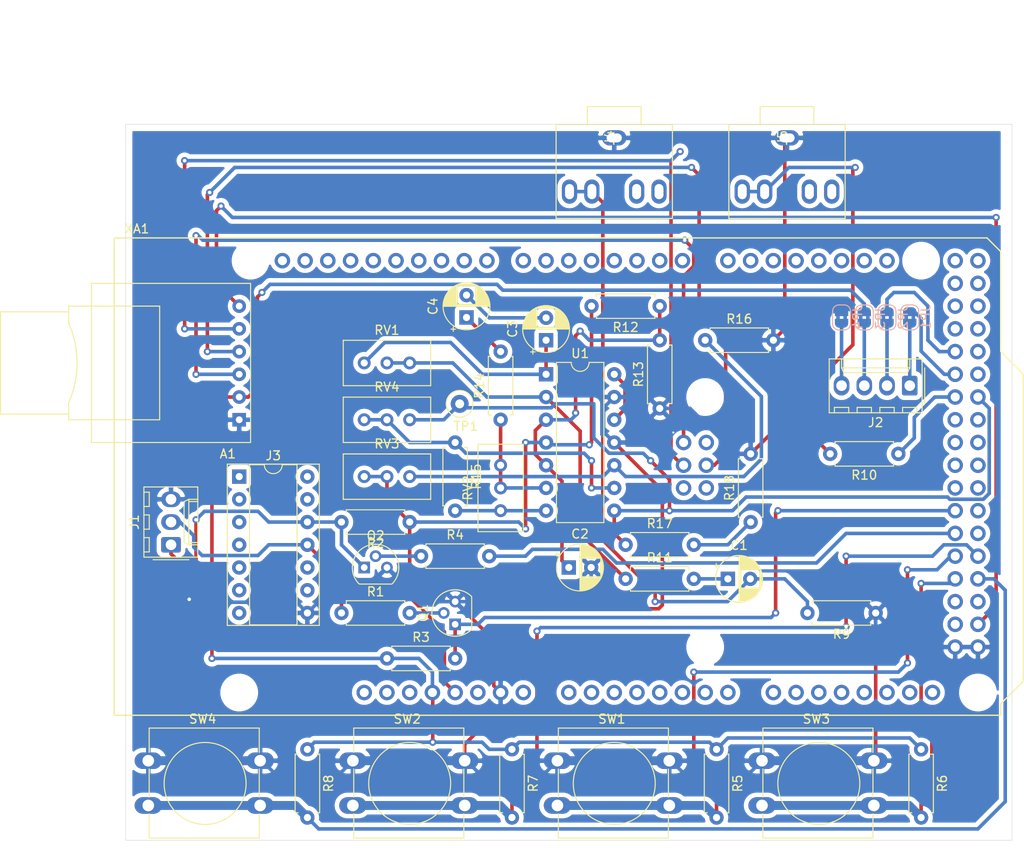
<source format=kicad_pcb>
(kicad_pcb (version 20171130) (host pcbnew 5.1.6-c6e7f7d~86~ubuntu16.04.1)
  (layers (0 F.Cu signal) (31 B.Cu signal) (34 B.Paste user) (35 F.Paste user) (36 B.SilkS user) (37 F.SilkS user) (38 B.Mask user) (39 F.Mask user) (44 Edge.Cuts user))
  (net 0 "")
  (net 1 GND)
  (net 2 "Net-(J1-Pad2)")
  (net 3 "Net-(J1-Pad1)")
  (net 4 "Net-(Q1-Pad2)")
  (net 5 +5V)
  (net 6 "Net-(Q1-Pad1)")
  (net 7 +3V3)
  (net 8 "Net-(R4-Pad2)")
  (net 9 "Net-(Q2-Pad2)")
  (net 10 "Net-(XA1-PadD52)")
  (net 11 "Net-(XA1-PadD51)")
  (net 12 "Net-(XA1-PadD50)")
  (net 13 "Net-(XA1-PadD45)")
  (net 14 "Net-(XA1-PadD41)")
  (net 15 "Net-(XA1-PadD40)")
  (net 16 "Net-(XA1-PadD39)")
  (net 17 "Net-(XA1-PadD38)")
  (net 18 "Net-(XA1-PadD37)")
  (net 19 "Net-(XA1-PadD36)")
  (net 20 "Net-(XA1-PadD35)")
  (net 21 "Net-(XA1-PadD34)")
  (net 22 "Net-(XA1-PadD31)")
  (net 23 "Net-(XA1-PadD29)")
  (net 24 "Net-(XA1-PadD27)")
  (net 25 "Net-(XA1-PadD26)")
  (net 26 "Net-(XA1-PadD25)")
  (net 27 "Net-(XA1-PadD24)")
  (net 28 "Net-(XA1-PadD23)")
  (net 29 "Net-(XA1-PadD22)")
  (net 30 "Net-(XA1-Pad5V4)")
  (net 31 "Net-(XA1-Pad5V3)")
  (net 32 "Net-(XA1-PadCANT)")
  (net 33 "Net-(XA1-PadCANR)")
  (net 34 "Net-(XA1-PadDAC1)")
  (net 35 "Net-(XA1-PadDAC0)")
  (net 36 "Net-(XA1-PadA11)")
  (net 37 "Net-(XA1-PadA10)")
  (net 38 "Net-(XA1-PadA9)")
  (net 39 "Net-(XA1-PadA8)")
  (net 40 "Net-(XA1-PadA7)")
  (net 41 "Net-(XA1-PadA6)")
  (net 42 "Net-(XA1-PadA5)")
  (net 43 "Net-(XA1-PadA4)")
  (net 44 "Net-(XA1-PadA3)")
  (net 45 "Net-(XA1-PadA2)")
  (net 46 "Net-(XA1-PadA1)")
  (net 47 "Net-(XA1-PadD11)")
  (net 48 "Net-(XA1-PadD12)")
  (net 49 "Net-(XA1-PadD13)")
  (net 50 "Net-(XA1-PadAREF)")
  (net 51 "Net-(XA1-PadSDA1)")
  (net 52 "Net-(XA1-PadSCL1)")
  (net 53 "Net-(XA1-PadD10)")
  (net 54 "Net-(XA1-PadD9)")
  (net 55 "Net-(XA1-PadD8)")
  (net 56 "Net-(XA1-PadGND1)")
  (net 57 "Net-(XA1-PadD7)")
  (net 58 "Net-(XA1-PadD6)")
  (net 59 "Net-(XA1-PadD5)")
  (net 60 "Net-(XA1-PadD4)")
  (net 61 "Net-(XA1-PadD3)")
  (net 62 "Net-(XA1-PadD2)")
  (net 63 "Net-(XA1-PadD1)")
  (net 64 "Net-(XA1-PadD0)")
  (net 65 "Net-(XA1-PadD14)")
  (net 66 "Net-(XA1-PadD15)")
  (net 67 "Net-(XA1-PadD16)")
  (net 68 "Net-(XA1-PadD17)")
  (net 69 "Net-(XA1-PadD18)")
  (net 70 "Net-(XA1-PadD19)")
  (net 71 "Net-(XA1-PadD20)")
  (net 72 "Net-(XA1-PadD21)")
  (net 73 "Net-(XA1-PadIORF)")
  (net 74 "Net-(XA1-PadRST1)")
  (net 75 "Net-(XA1-PadGND2)")
  (net 76 "Net-(XA1-PadVIN)")
  (net 77 "Net-(XA1-PadA0)")
  (net 78 "Net-(XA1-Pad5V2)")
  (net 79 "Net-(XA1-PadGND4)")
  (net 80 "Net-(XA1-PadRST2)")
  (net 81 "Net-(XA1-PadD43)")
  (net 82 "Net-(A1-Pad5)")
  (net 83 "Net-(A1-Pad4)")
  (net 84 "Net-(A1-Pad3)")
  (net 85 "Net-(J2-Pad4)")
  (net 86 "Net-(J2-Pad3)")
  (net 87 "Net-(J2-Pad2)")
  (net 88 "Net-(J2-Pad1)")
  (net 89 "Net-(JP1-Pad2)")
  (net 90 "Net-(JP2-Pad2)")
  (net 91 "Net-(R5-Pad2)")
  (net 92 "Net-(R6-Pad2)")
  (net 93 "Net-(R7-Pad2)")
  (net 94 "Net-(A1-Pad6)")
  (net 95 "Net-(C1-Pad2)")
  (net 96 "Net-(C1-Pad1)")
  (net 97 "Net-(C2-Pad1)")
  (net 98 "Net-(C3-Pad2)")
  (net 99 "Net-(C3-Pad1)")
  (net 100 "Net-(C4-Pad1)")
  (net 101 "Net-(J3-Pad14)")
  (net 102 "Net-(J3-Pad7)")
  (net 103 "Net-(J3-Pad13)")
  (net 104 "Net-(J3-Pad6)")
  (net 105 "Net-(J3-Pad5)")
  (net 106 "Net-(J3-Pad4)")
  (net 107 "Net-(J3-Pad10)")
  (net 108 "Net-(J3-Pad3)")
  (net 109 "Net-(J3-Pad9)")
  (net 110 "Net-(J3-Pad2)")
  (net 111 "Net-(J3-Pad1)")
  (net 112 "Net-(R8-Pad2)")
  (net 113 CAS_OUT)
  (net 114 "Net-(R11-Pad1)")
  (net 115 "Net-(R14-Pad1)")
  (net 116 "Net-(R15-Pad2)")
  (net 117 "Net-(R15-Pad1)")
  (net 118 "Net-(R16-Pad1)")
  (net 119 "Net-(R17-Pad2)")
  (net 120 CAS_IN)
  (net 121 "Net-(U1-Pad12)")
  (net 122 "Net-(J5-Pad4)")
  (module mirotan-due-cassette-shield:truconnect-20-0138-mono-socket (layer F.Cu) (at 75.184 -68.326 270)
    (fp_text reference J5 (at 0 0.5 90) (layer F.SilkS))
    (fp_text value Barrel_Jack_Switch-truconnect-20-0138)
    (pad 5 thru_hole oval (at 6 5 90) (size 2.7 1.7) (drill oval 1.7 1) (layers *.Cu *.Mask) (net 122 "Net-(J5-Pad4)"))
    (pad 4 thru_hole oval (at 6 2.5 90) (size 2.7 1.7) (drill oval 1.7 1) (layers *.Cu *.Mask) (net 122 "Net-(J5-Pad4)"))
    (pad 3 thru_hole oval (at 6 -2.5 90) (size 2.7 1.7) (drill oval 1.7 1) (layers *.Cu *.Mask))
    (pad 2 thru_hole oval (at 6 -5 90) (size 2.7 1.7) (drill oval 1.7 1) (layers *.Cu *.Mask))
    (pad 1 thru_hole oval (at 0 0) (size 2.7 1.7) (drill oval 1.7 1) (layers *.Cu *.Mask) (net 1 GND))
  )
  (module mirotan-due-cassette-shield:truconnect-20-0138-mono-socket (layer F.Cu) (at 55.88 -68.326 270)
    (fp_text reference J4 (at 0 0.5 90) (layer F.SilkS))
    (fp_text value Barrel_Jack_Switch-truconnect-20-0138)
    (pad 5 thru_hole oval (at 6 5 90) (size 2.7 1.7) (drill oval 1.7 1) (layers *.Cu *.Mask) (net 95 "Net-(C1-Pad2)"))
    (pad 4 thru_hole oval (at 6 2.5 90) (size 2.7 1.7) (drill oval 1.7 1) (layers *.Cu *.Mask) (net 95 "Net-(C1-Pad2)"))
    (pad 3 thru_hole oval (at 6 -2.5 90) (size 2.7 1.7) (drill oval 1.7 1) (layers *.Cu *.Mask))
    (pad 2 thru_hole oval (at 6 -5 90) (size 2.7 1.7) (drill oval 1.7 1) (layers *.Cu *.Mask))
    (pad 1 thru_hole oval (at 0 0) (size 2.7 1.7) (drill oval 1.7 1) (layers *.Cu *.Mask) (net 1 GND))
  )
  (module Resistor_THT:R_Axial_DIN0207_L6.3mm_D2.5mm_P7.62mm_Horizontal (layer F.Cu) (at 44.45 0 270)
    (fp_text reference R7 (at 3.81 -2.37 90) (layer F.SilkS))
    (fp_text value 1k)
    (pad 2 thru_hole oval (at 7.62 0 270) (size 1.6 1.6) (drill 0.8) (layers *.Cu *.Mask) (net 93 "Net-(R7-Pad2)"))
    (pad 1 thru_hole circle (at 0 0 270) (size 1.6 1.6) (drill 0.8) (layers *.Cu *.Mask) (net 7 +3V3))
  )
  (module Resistor_THT:R_Axial_DIN0207_L6.3mm_D2.5mm_P7.62mm_Horizontal (layer F.Cu) (at 90.17 0 270)
    (fp_text reference R6 (at 3.81 -2.37 90) (layer F.SilkS))
    (fp_text value 1k)
    (pad 2 thru_hole oval (at 7.62 0 270) (size 1.6 1.6) (drill 0.8) (layers *.Cu *.Mask) (net 92 "Net-(R6-Pad2)"))
    (pad 1 thru_hole circle (at 0 0 270) (size 1.6 1.6) (drill 0.8) (layers *.Cu *.Mask) (net 7 +3V3))
  )
  (module Resistor_THT:R_Axial_DIN0207_L6.3mm_D2.5mm_P7.62mm_Horizontal (layer F.Cu) (at 67.31 0 270)
    (fp_text reference R5 (at 3.81 -2.37 90) (layer F.SilkS))
    (fp_text value 1k)
    (pad 2 thru_hole oval (at 7.62 0 270) (size 1.6 1.6) (drill 0.8) (layers *.Cu *.Mask) (net 91 "Net-(R5-Pad2)"))
    (pad 1 thru_hole circle (at 0 0 270) (size 1.6 1.6) (drill 0.8) (layers *.Cu *.Mask) (net 7 +3V3))
  )
  (module Resistor_THT:R_Axial_DIN0207_L6.3mm_D2.5mm_P7.62mm_Horizontal (layer F.Cu) (at 34.29 -21.59)
    (fp_text reference R4 (at 3.81 -2.37) (layer F.SilkS))
    (fp_text value 1k)
    (pad 2 thru_hole oval (at 7.62 0) (size 1.6 1.6) (drill 0.8) (layers *.Cu *.Mask) (net 8 "Net-(R4-Pad2)"))
    (pad 1 thru_hole circle (at 0 0) (size 1.6 1.6) (drill 0.8) (layers *.Cu *.Mask) (net 9 "Net-(Q2-Pad2)"))
  )
  (module Resistor_THT:R_Axial_DIN0207_L6.3mm_D2.5mm_P7.62mm_Horizontal (layer F.Cu) (at 30.48 -10.16)
    (fp_text reference R3 (at 3.81 -2.37) (layer F.SilkS))
    (fp_text value 1k)
    (pad 2 thru_hole oval (at 7.62 0) (size 1.6 1.6) (drill 0.8) (layers *.Cu *.Mask) (net 6 "Net-(Q1-Pad1)"))
    (pad 1 thru_hole circle (at 0 0) (size 1.6 1.6) (drill 0.8) (layers *.Cu *.Mask) (net 7 +3V3))
  )
  (module Resistor_THT:R_Axial_DIN0207_L6.3mm_D2.5mm_P7.62mm_Horizontal (layer F.Cu) (at 33.02 -25.4 180)
    (fp_text reference R2 (at 3.81 -2.37) (layer F.SilkS))
    (fp_text value 1k)
    (pad 2 thru_hole oval (at 7.62 0 180) (size 1.6 1.6) (drill 0.8) (layers *.Cu *.Mask) (net 3 "Net-(J1-Pad1)"))
    (pad 1 thru_hole circle (at 0 0 180) (size 1.6 1.6) (drill 0.8) (layers *.Cu *.Mask) (net 5 +5V))
  )
  (module Resistor_THT:R_Axial_DIN0207_L6.3mm_D2.5mm_P7.62mm_Horizontal (layer F.Cu) (at 25.4 -15.24)
    (fp_text reference R1 (at 3.81 -2.37) (layer F.SilkS))
    (fp_text value 1k)
    (pad 2 thru_hole oval (at 7.62 0) (size 1.6 1.6) (drill 0.8) (layers *.Cu *.Mask) (net 4 "Net-(Q1-Pad2)"))
    (pad 1 thru_hole circle (at 0 0) (size 1.6 1.6) (drill 0.8) (layers *.Cu *.Mask) (net 2 "Net-(J1-Pad2)"))
  )
  (module Package_DIP:DIP-14_W7.62mm (layer F.Cu) (at 48.26 -41.91)
    (fp_text reference U1 (at 3.81 -2.33) (layer F.SilkS))
    (fp_text value LM324)
    (pad 14 thru_hole oval (at 7.62 0) (size 1.6 1.6) (drill 0.8) (layers *.Cu *.Mask) (net 121 "Net-(U1-Pad12)"))
    (pad 7 thru_hole oval (at 0 15.24) (size 1.6 1.6) (drill 0.8) (layers *.Cu *.Mask) (net 116 "Net-(R15-Pad2)"))
    (pad 13 thru_hole oval (at 7.62 2.54) (size 1.6 1.6) (drill 0.8) (layers *.Cu *.Mask) (net 1 GND))
    (pad 6 thru_hole oval (at 0 12.7) (size 1.6 1.6) (drill 0.8) (layers *.Cu *.Mask) (net 115 "Net-(R14-Pad1)"))
    (pad 12 thru_hole oval (at 7.62 5.08) (size 1.6 1.6) (drill 0.8) (layers *.Cu *.Mask) (net 121 "Net-(U1-Pad12)"))
    (pad 5 thru_hole oval (at 0 10.16) (size 1.6 1.6) (drill 0.8) (layers *.Cu *.Mask) (net 97 "Net-(C2-Pad1)"))
    (pad 11 thru_hole oval (at 7.62 7.62) (size 1.6 1.6) (drill 0.8) (layers *.Cu *.Mask) (net 1 GND))
    (pad 4 thru_hole oval (at 0 7.62) (size 1.6 1.6) (drill 0.8) (layers *.Cu *.Mask) (net 5 +5V))
    (pad 10 thru_hole oval (at 7.62 10.16) (size 1.6 1.6) (drill 0.8) (layers *.Cu *.Mask) (net 118 "Net-(R16-Pad1)"))
    (pad 3 thru_hole oval (at 0 5.08) (size 1.6 1.6) (drill 0.8) (layers *.Cu *.Mask) (net 97 "Net-(C2-Pad1)"))
    (pad 9 thru_hole oval (at 7.62 12.7) (size 1.6 1.6) (drill 0.8) (layers *.Cu *.Mask) (net 117 "Net-(R15-Pad1)"))
    (pad 2 thru_hole oval (at 0 2.54) (size 1.6 1.6) (drill 0.8) (layers *.Cu *.Mask) (net 114 "Net-(R11-Pad1)"))
    (pad 8 thru_hole oval (at 7.62 15.24) (size 1.6 1.6) (drill 0.8) (layers *.Cu *.Mask) (net 120 CAS_IN))
    (pad 1 thru_hole rect (at 0 0) (size 1.6 1.6) (drill 0.8) (layers *.Cu *.Mask) (net 99 "Net-(C3-Pad1)"))
  )
  (module TestPoint:TestPoint_Loop_D1.80mm_Drill1.0mm_Beaded (layer F.Cu) (at 38.608 -38.608)
    (fp_text reference TP1 (at 0.7 2.5) (layer F.SilkS))
    (fp_text value TestPoint)
    (pad 1 thru_hole circle (at 0 0) (size 2 2) (drill 1) (layers *.Cu *.Mask) (net 120 CAS_IN))
  )
  (module Button_Switch_THT:SW_PUSH-12mm (layer F.Cu) (at 3.81 1.27)
    (fp_text reference SW4 (at 6.08 -4.66) (layer F.SilkS))
    (fp_text value SW_SPST)
    (pad 2 thru_hole oval (at 0 5) (size 3.048 1.85) (drill 1.3) (layers *.Cu *.Mask) (net 112 "Net-(R8-Pad2)"))
    (pad 1 thru_hole oval (at 0 0) (size 3.048 1.85) (drill 1.3) (layers *.Cu *.Mask) (net 1 GND))
    (pad 2 thru_hole oval (at 12.5 5) (size 3.048 1.85) (drill 1.3) (layers *.Cu *.Mask) (net 112 "Net-(R8-Pad2)"))
    (pad 1 thru_hole oval (at 12.5 0) (size 3.048 1.85) (drill 1.3) (layers *.Cu *.Mask) (net 1 GND))
  )
  (module Potentiometer_THT:Potentiometer_Bourns_3296W_Vertical (layer F.Cu) (at 33.02 -36.83)
    (fp_text reference RV4 (at -2.54 -3.66) (layer F.SilkS))
    (fp_text value 500k)
    (pad 3 thru_hole circle (at -5.08 0) (size 1.44 1.44) (drill 0.8) (layers *.Cu *.Mask) (net 117 "Net-(R15-Pad1)"))
    (pad 2 thru_hole circle (at -2.54 0) (size 1.44 1.44) (drill 0.8) (layers *.Cu *.Mask) (net 117 "Net-(R15-Pad1)"))
    (pad 1 thru_hole circle (at 0 0) (size 1.44 1.44) (drill 0.8) (layers *.Cu *.Mask) (net 120 CAS_IN))
  )
  (module Potentiometer_THT:Potentiometer_Bourns_3296W_Vertical (layer F.Cu) (at 33.02 -30.48)
    (fp_text reference RV3 (at -2.54 -3.66) (layer F.SilkS))
    (fp_text value 200k)
    (pad 3 thru_hole circle (at -5.08 0) (size 1.44 1.44) (drill 0.8) (layers *.Cu *.Mask) (net 5 +5V))
    (pad 2 thru_hole circle (at -2.54 0) (size 1.44 1.44) (drill 0.8) (layers *.Cu *.Mask) (net 5 +5V))
    (pad 1 thru_hole circle (at 0 0) (size 1.44 1.44) (drill 0.8) (layers *.Cu *.Mask) (net 118 "Net-(R16-Pad1)"))
  )
  (module Potentiometer_THT:Potentiometer_Bourns_3296W_Vertical (layer F.Cu) (at 43.18 -31.75 90)
    (fp_text reference RV2 (at -2.54 -3.66 90) (layer F.SilkS))
    (fp_text value 500k)
    (pad 3 thru_hole circle (at -5.08 0 90) (size 1.44 1.44) (drill 0.8) (layers *.Cu *.Mask) (net 116 "Net-(R15-Pad2)"))
    (pad 2 thru_hole circle (at -2.54 0 90) (size 1.44 1.44) (drill 0.8) (layers *.Cu *.Mask) (net 115 "Net-(R14-Pad1)"))
    (pad 1 thru_hole circle (at 0 0 90) (size 1.44 1.44) (drill 0.8) (layers *.Cu *.Mask) (net 115 "Net-(R14-Pad1)"))
  )
  (module Potentiometer_THT:Potentiometer_Bourns_3296W_Vertical (layer F.Cu) (at 33.02 -43.18)
    (fp_text reference RV1 (at -2.54 -3.66) (layer F.SilkS))
    (fp_text value 200k)
    (pad 3 thru_hole circle (at -5.08 0) (size 1.44 1.44) (drill 0.8) (layers *.Cu *.Mask) (net 99 "Net-(C3-Pad1)"))
    (pad 2 thru_hole circle (at -2.54 0) (size 1.44 1.44) (drill 0.8) (layers *.Cu *.Mask) (net 114 "Net-(R11-Pad1)"))
    (pad 1 thru_hole circle (at 0 0) (size 1.44 1.44) (drill 0.8) (layers *.Cu *.Mask) (net 114 "Net-(R11-Pad1)"))
  )
  (module Resistor_THT:R_Axial_DIN0207_L6.3mm_D2.5mm_P7.62mm_Horizontal (layer F.Cu) (at 71.12 -25.4 90)
    (fp_text reference R18 (at 3.81 -2.37 90) (layer F.SilkS))
    (fp_text value 2k2)
    (pad 2 thru_hole oval (at 7.62 0 90) (size 1.6 1.6) (drill 0.8) (layers *.Cu *.Mask) (net 1 GND))
    (pad 1 thru_hole circle (at 0 0 90) (size 1.6 1.6) (drill 0.8) (layers *.Cu *.Mask) (net 119 "Net-(R17-Pad2)"))
  )
  (module Resistor_THT:R_Axial_DIN0207_L6.3mm_D2.5mm_P7.62mm_Horizontal (layer F.Cu) (at 57.15 -22.86)
    (fp_text reference R17 (at 3.81 -2.37) (layer F.SilkS))
    (fp_text value 2k2)
    (pad 2 thru_hole oval (at 7.62 0) (size 1.6 1.6) (drill 0.8) (layers *.Cu *.Mask) (net 119 "Net-(R17-Pad2)"))
    (pad 1 thru_hole circle (at 0 0) (size 1.6 1.6) (drill 0.8) (layers *.Cu *.Mask) (net 120 CAS_IN))
  )
  (module Resistor_THT:R_Axial_DIN0207_L6.3mm_D2.5mm_P7.62mm_Horizontal (layer F.Cu) (at 66.04 -45.72)
    (fp_text reference R16 (at 3.81 -2.37) (layer F.SilkS))
    (fp_text value 100k)
    (pad 2 thru_hole oval (at 7.62 0) (size 1.6 1.6) (drill 0.8) (layers *.Cu *.Mask) (net 1 GND))
    (pad 1 thru_hole circle (at 0 0) (size 1.6 1.6) (drill 0.8) (layers *.Cu *.Mask) (net 118 "Net-(R16-Pad1)"))
  )
  (module Resistor_THT:R_Axial_DIN0207_L6.3mm_D2.5mm_P7.62mm_Horizontal (layer F.Cu) (at 38.1 -34.29 270)
    (fp_text reference R15 (at 3.81 -2.37 90) (layer F.SilkS))
    (fp_text value 2k2)
    (pad 2 thru_hole oval (at 7.62 0 270) (size 1.6 1.6) (drill 0.8) (layers *.Cu *.Mask) (net 116 "Net-(R15-Pad2)"))
    (pad 1 thru_hole circle (at 0 0 270) (size 1.6 1.6) (drill 0.8) (layers *.Cu *.Mask) (net 117 "Net-(R15-Pad1)"))
  )
  (module Resistor_THT:R_Axial_DIN0207_L6.3mm_D2.5mm_P7.62mm_Horizontal (layer F.Cu) (at 43.18 -36.83 90)
    (fp_text reference R14 (at 3.81 -2.37 90) (layer F.SilkS))
    (fp_text value 2k2)
    (pad 2 thru_hole oval (at 7.62 0 90) (size 1.6 1.6) (drill 0.8) (layers *.Cu *.Mask) (net 100 "Net-(C4-Pad1)"))
    (pad 1 thru_hole circle (at 0 0 90) (size 1.6 1.6) (drill 0.8) (layers *.Cu *.Mask) (net 115 "Net-(R14-Pad1)"))
  )
  (module Resistor_THT:R_Axial_DIN0207_L6.3mm_D2.5mm_P7.62mm_Horizontal (layer F.Cu) (at 60.96 -38.1 90)
    (fp_text reference R13 (at 3.81 -2.37 90) (layer F.SilkS))
    (fp_text value 100k)
    (pad 2 thru_hole oval (at 7.62 0 90) (size 1.6 1.6) (drill 0.8) (layers *.Cu *.Mask) (net 97 "Net-(C2-Pad1)"))
    (pad 1 thru_hole circle (at 0 0 90) (size 1.6 1.6) (drill 0.8) (layers *.Cu *.Mask) (net 1 GND))
  )
  (module Resistor_THT:R_Axial_DIN0207_L6.3mm_D2.5mm_P7.62mm_Horizontal (layer F.Cu) (at 60.96 -49.53 180)
    (fp_text reference R12 (at 3.81 -2.37) (layer F.SilkS))
    (fp_text value 100k)
    (pad 2 thru_hole oval (at 7.62 0 180) (size 1.6 1.6) (drill 0.8) (layers *.Cu *.Mask) (net 5 +5V))
    (pad 1 thru_hole circle (at 0 0 180) (size 1.6 1.6) (drill 0.8) (layers *.Cu *.Mask) (net 97 "Net-(C2-Pad1)"))
  )
  (module Resistor_THT:R_Axial_DIN0207_L6.3mm_D2.5mm_P7.62mm_Horizontal (layer F.Cu) (at 57.15 -19.05)
    (fp_text reference R11 (at 3.81 -2.37) (layer F.SilkS))
    (fp_text value 10k)
    (pad 2 thru_hole oval (at 7.62 0) (size 1.6 1.6) (drill 0.8) (layers *.Cu *.Mask) (net 96 "Net-(C1-Pad1)"))
    (pad 1 thru_hole circle (at 0 0) (size 1.6 1.6) (drill 0.8) (layers *.Cu *.Mask) (net 114 "Net-(R11-Pad1)"))
  )
  (module Resistor_THT:R_Axial_DIN0207_L6.3mm_D2.5mm_P7.62mm_Horizontal (layer F.Cu) (at 87.63 -33.02 180)
    (fp_text reference R10 (at 3.81 -2.37) (layer F.SilkS))
    (fp_text value 1k)
    (pad 2 thru_hole oval (at 7.62 0 180) (size 1.6 1.6) (drill 0.8) (layers *.Cu *.Mask) (net 122 "Net-(J5-Pad4)"))
    (pad 1 thru_hole circle (at 0 0 180) (size 1.6 1.6) (drill 0.8) (layers *.Cu *.Mask) (net 113 CAS_OUT))
  )
  (module Resistor_THT:R_Axial_DIN0207_L6.3mm_D2.5mm_P7.62mm_Horizontal (layer F.Cu) (at 85.09 -15.24 180)
    (fp_text reference R9 (at 3.81 -2.37) (layer F.SilkS))
    (fp_text value 100k)
    (pad 2 thru_hole oval (at 7.62 0 180) (size 1.6 1.6) (drill 0.8) (layers *.Cu *.Mask) (net 95 "Net-(C1-Pad2)"))
    (pad 1 thru_hole circle (at 0 0 180) (size 1.6 1.6) (drill 0.8) (layers *.Cu *.Mask) (net 1 GND))
  )
  (module Resistor_THT:R_Axial_DIN0207_L6.3mm_D2.5mm_P7.62mm_Horizontal (layer F.Cu) (at 21.59 0 270)
    (fp_text reference R8 (at 3.81 -2.37 90) (layer F.SilkS))
    (fp_text value 1k)
    (pad 2 thru_hole oval (at 7.62 0 270) (size 1.6 1.6) (drill 0.8) (layers *.Cu *.Mask) (net 112 "Net-(R8-Pad2)"))
    (pad 1 thru_hole circle (at 0 0 270) (size 1.6 1.6) (drill 0.8) (layers *.Cu *.Mask) (net 7 +3V3))
  )
  (module Package_DIP:DIP-14_W7.62mm_Socket (layer F.Cu) (at 13.97 -30.48)
    (fp_text reference J3 (at 3.81 -2.33) (layer F.SilkS))
    (fp_text value Conn_02x07_Counter_Clockwise)
    (pad 14 thru_hole oval (at 7.62 0) (size 1.6 1.6) (drill 0.8) (layers *.Cu *.Mask) (net 101 "Net-(J3-Pad14)"))
    (pad 7 thru_hole oval (at 0 15.24) (size 1.6 1.6) (drill 0.8) (layers *.Cu *.Mask) (net 102 "Net-(J3-Pad7)"))
    (pad 13 thru_hole oval (at 7.62 2.54) (size 1.6 1.6) (drill 0.8) (layers *.Cu *.Mask) (net 103 "Net-(J3-Pad13)"))
    (pad 6 thru_hole oval (at 0 12.7) (size 1.6 1.6) (drill 0.8) (layers *.Cu *.Mask) (net 104 "Net-(J3-Pad6)"))
    (pad 12 thru_hole oval (at 7.62 5.08) (size 1.6 1.6) (drill 0.8) (layers *.Cu *.Mask) (net 3 "Net-(J1-Pad1)"))
    (pad 5 thru_hole oval (at 0 10.16) (size 1.6 1.6) (drill 0.8) (layers *.Cu *.Mask) (net 105 "Net-(J3-Pad5)"))
    (pad 11 thru_hole oval (at 7.62 7.62) (size 1.6 1.6) (drill 0.8) (layers *.Cu *.Mask) (net 2 "Net-(J1-Pad2)"))
    (pad 4 thru_hole oval (at 0 7.62) (size 1.6 1.6) (drill 0.8) (layers *.Cu *.Mask) (net 106 "Net-(J3-Pad4)"))
    (pad 10 thru_hole oval (at 7.62 10.16) (size 1.6 1.6) (drill 0.8) (layers *.Cu *.Mask) (net 107 "Net-(J3-Pad10)"))
    (pad 3 thru_hole oval (at 0 5.08) (size 1.6 1.6) (drill 0.8) (layers *.Cu *.Mask) (net 108 "Net-(J3-Pad3)"))
    (pad 9 thru_hole oval (at 7.62 12.7) (size 1.6 1.6) (drill 0.8) (layers *.Cu *.Mask) (net 109 "Net-(J3-Pad9)"))
    (pad 2 thru_hole oval (at 0 2.54) (size 1.6 1.6) (drill 0.8) (layers *.Cu *.Mask) (net 110 "Net-(J3-Pad2)"))
    (pad 8 thru_hole oval (at 7.62 15.24) (size 1.6 1.6) (drill 0.8) (layers *.Cu *.Mask) (net 1 GND))
    (pad 1 thru_hole rect (at 0 0) (size 1.6 1.6) (drill 0.8) (layers *.Cu *.Mask) (net 111 "Net-(J3-Pad1)"))
  )
  (module Capacitor_THT:CP_Radial_D5.0mm_P2.50mm (layer F.Cu) (at 39.37 -48.26 90)
    (fp_text reference C4 (at 1.25 -3.75 90) (layer F.SilkS))
    (fp_text value 10uF)
    (pad 2 thru_hole circle (at 2.5 0 90) (size 1.6 1.6) (drill 0.8) (layers *.Cu *.Mask) (net 98 "Net-(C3-Pad2)"))
    (pad 1 thru_hole rect (at 0 0 90) (size 1.6 1.6) (drill 0.8) (layers *.Cu *.Mask) (net 100 "Net-(C4-Pad1)"))
  )
  (module Capacitor_THT:CP_Radial_D5.0mm_P2.50mm (layer F.Cu) (at 48.26 -45.72 90)
    (fp_text reference C3 (at 1.25 -3.75 90) (layer F.SilkS))
    (fp_text value 10uF)
    (pad 2 thru_hole circle (at 2.5 0 90) (size 1.6 1.6) (drill 0.8) (layers *.Cu *.Mask) (net 98 "Net-(C3-Pad2)"))
    (pad 1 thru_hole rect (at 0 0 90) (size 1.6 1.6) (drill 0.8) (layers *.Cu *.Mask) (net 99 "Net-(C3-Pad1)"))
  )
  (module Capacitor_THT:CP_Radial_D5.0mm_P2.50mm (layer F.Cu) (at 50.8 -20.32)
    (fp_text reference C2 (at 1.25 -3.75) (layer F.SilkS))
    (fp_text value 10uF)
    (pad 2 thru_hole circle (at 2.5 0) (size 1.6 1.6) (drill 0.8) (layers *.Cu *.Mask) (net 1 GND))
    (pad 1 thru_hole rect (at 0 0) (size 1.6 1.6) (drill 0.8) (layers *.Cu *.Mask) (net 97 "Net-(C2-Pad1)"))
  )
  (module Capacitor_THT:CP_Radial_D5.0mm_P2.50mm (layer F.Cu) (at 68.58 -19.05)
    (fp_text reference C1 (at 1.25 -3.75) (layer F.SilkS))
    (fp_text value 10uF)
    (pad 2 thru_hole circle (at 2.5 0) (size 1.6 1.6) (drill 0.8) (layers *.Cu *.Mask) (net 95 "Net-(C1-Pad2)"))
    (pad 1 thru_hole rect (at 0 0) (size 1.6 1.6) (drill 0.8) (layers *.Cu *.Mask) (net 96 "Net-(C1-Pad1)"))
  )
  (module Arduino:Arduino_Due_Shield (layer F.Cu) (at 0 -3.81)
    (fp_text reference XA1 (at 2.54 -54.356) (layer F.SilkS))
    (fp_text value Arduino_Due_Shield)
    (fp_text user . (at 62.484 -32.004) (layer F.SilkS))
    (pad MISO thru_hole oval (at 63.627 -30.48) (size 1.7272 1.7272) (drill 1.016) (layers *.Cu *.Mask) (net 84 "Net-(A1-Pad3)"))
    (pad GND6 thru_hole oval (at 96.52 -7.62) (size 1.7272 1.7272) (drill 1.016) (layers *.Cu *.Mask) (net 1 GND))
    (pad GND5 thru_hole oval (at 93.98 -7.62) (size 1.7272 1.7272) (drill 1.016) (layers *.Cu *.Mask) (net 1 GND))
    (pad D53 thru_hole oval (at 96.52 -10.16) (size 1.7272 1.7272) (drill 1.016) (layers *.Cu *.Mask) (net 94 "Net-(A1-Pad6)"))
    (pad D52 thru_hole oval (at 93.98 -10.16) (size 1.7272 1.7272) (drill 1.016) (layers *.Cu *.Mask) (net 10 "Net-(XA1-PadD52)"))
    (pad D51 thru_hole oval (at 96.52 -12.7) (size 1.7272 1.7272) (drill 1.016) (layers *.Cu *.Mask) (net 11 "Net-(XA1-PadD51)"))
    (pad D50 thru_hole oval (at 93.98 -12.7) (size 1.7272 1.7272) (drill 1.016) (layers *.Cu *.Mask) (net 12 "Net-(XA1-PadD50)"))
    (pad D49 thru_hole oval (at 96.52 -15.24) (size 1.7272 1.7272) (drill 1.016) (layers *.Cu *.Mask) (net 112 "Net-(R8-Pad2)"))
    (pad D48 thru_hole oval (at 93.98 -15.24) (size 1.7272 1.7272) (drill 1.016) (layers *.Cu *.Mask) (net 92 "Net-(R6-Pad2)"))
    (pad D47 thru_hole oval (at 96.52 -17.78) (size 1.7272 1.7272) (drill 1.016) (layers *.Cu *.Mask) (net 93 "Net-(R7-Pad2)"))
    (pad D46 thru_hole oval (at 93.98 -17.78) (size 1.7272 1.7272) (drill 1.016) (layers *.Cu *.Mask) (net 91 "Net-(R5-Pad2)"))
    (pad D45 thru_hole oval (at 96.52 -20.32) (size 1.7272 1.7272) (drill 1.016) (layers *.Cu *.Mask) (net 13 "Net-(XA1-PadD45)"))
    (pad D44 thru_hole oval (at 93.98 -20.32) (size 1.7272 1.7272) (drill 1.016) (layers *.Cu *.Mask) (net 8 "Net-(R4-Pad2)"))
    (pad D43 thru_hole oval (at 96.52 -22.86) (size 1.7272 1.7272) (drill 1.016) (layers *.Cu *.Mask) (net 81 "Net-(XA1-PadD43)"))
    (pad D42 thru_hole oval (at 93.98 -22.86) (size 1.7272 1.7272) (drill 1.016) (layers *.Cu *.Mask) (net 6 "Net-(Q1-Pad1)"))
    (pad D41 thru_hole oval (at 96.52 -25.4) (size 1.7272 1.7272) (drill 1.016) (layers *.Cu *.Mask) (net 14 "Net-(XA1-PadD41)"))
    (pad D40 thru_hole oval (at 93.98 -25.4) (size 1.7272 1.7272) (drill 1.016) (layers *.Cu *.Mask) (net 15 "Net-(XA1-PadD40)"))
    (pad D39 thru_hole oval (at 96.52 -27.94) (size 1.7272 1.7272) (drill 1.016) (layers *.Cu *.Mask) (net 16 "Net-(XA1-PadD39)"))
    (pad D38 thru_hole oval (at 93.98 -27.94) (size 1.7272 1.7272) (drill 1.016) (layers *.Cu *.Mask) (net 17 "Net-(XA1-PadD38)"))
    (pad D37 thru_hole oval (at 96.52 -30.48) (size 1.7272 1.7272) (drill 1.016) (layers *.Cu *.Mask) (net 18 "Net-(XA1-PadD37)"))
    (pad D36 thru_hole oval (at 93.98 -30.48) (size 1.7272 1.7272) (drill 1.016) (layers *.Cu *.Mask) (net 19 "Net-(XA1-PadD36)"))
    (pad D35 thru_hole oval (at 96.52 -33.02) (size 1.7272 1.7272) (drill 1.016) (layers *.Cu *.Mask) (net 20 "Net-(XA1-PadD35)"))
    (pad D34 thru_hole oval (at 93.98 -33.02) (size 1.7272 1.7272) (drill 1.016) (layers *.Cu *.Mask) (net 21 "Net-(XA1-PadD34)"))
    (pad D33 thru_hole oval (at 96.52 -35.56) (size 1.7272 1.7272) (drill 1.016) (layers *.Cu *.Mask) (net 120 CAS_IN))
    (pad D32 thru_hole oval (at 93.98 -35.56) (size 1.7272 1.7272) (drill 1.016) (layers *.Cu *.Mask) (net 113 CAS_OUT))
    (pad D31 thru_hole oval (at 96.52 -38.1) (size 1.7272 1.7272) (drill 1.016) (layers *.Cu *.Mask) (net 22 "Net-(XA1-PadD31)"))
    (pad D30 thru_hole oval (at 93.98 -38.1) (size 1.7272 1.7272) (drill 1.016) (layers *.Cu *.Mask) (net 89 "Net-(JP1-Pad2)"))
    (pad D29 thru_hole oval (at 96.52 -40.64) (size 1.7272 1.7272) (drill 1.016) (layers *.Cu *.Mask) (net 23 "Net-(XA1-PadD29)"))
    (pad D28 thru_hole oval (at 93.98 -40.64) (size 1.7272 1.7272) (drill 1.016) (layers *.Cu *.Mask) (net 90 "Net-(JP2-Pad2)"))
    (pad D27 thru_hole oval (at 96.52 -43.18) (size 1.7272 1.7272) (drill 1.016) (layers *.Cu *.Mask) (net 24 "Net-(XA1-PadD27)"))
    (pad D26 thru_hole oval (at 93.98 -43.18) (size 1.7272 1.7272) (drill 1.016) (layers *.Cu *.Mask) (net 25 "Net-(XA1-PadD26)"))
    (pad D25 thru_hole oval (at 96.52 -45.72) (size 1.7272 1.7272) (drill 1.016) (layers *.Cu *.Mask) (net 26 "Net-(XA1-PadD25)"))
    (pad D24 thru_hole oval (at 93.98 -45.72) (size 1.7272 1.7272) (drill 1.016) (layers *.Cu *.Mask) (net 27 "Net-(XA1-PadD24)"))
    (pad D23 thru_hole oval (at 96.52 -48.26) (size 1.7272 1.7272) (drill 1.016) (layers *.Cu *.Mask) (net 28 "Net-(XA1-PadD23)"))
    (pad D22 thru_hole oval (at 93.98 -48.26) (size 1.7272 1.7272) (drill 1.016) (layers *.Cu *.Mask) (net 29 "Net-(XA1-PadD22)"))
    (pad 5V4 thru_hole oval (at 96.52 -50.8) (size 1.7272 1.7272) (drill 1.016) (layers *.Cu *.Mask) (net 30 "Net-(XA1-Pad5V4)"))
    (pad 5V3 thru_hole oval (at 93.98 -50.8) (size 1.7272 1.7272) (drill 1.016) (layers *.Cu *.Mask) (net 31 "Net-(XA1-Pad5V3)"))
    (pad CANT thru_hole oval (at 91.44 -2.54) (size 1.7272 1.7272) (drill 1.016) (layers *.Cu *.Mask) (net 32 "Net-(XA1-PadCANT)"))
    (pad CANR thru_hole oval (at 88.9 -2.54) (size 1.7272 1.7272) (drill 1.016) (layers *.Cu *.Mask) (net 33 "Net-(XA1-PadCANR)"))
    (pad DAC1 thru_hole oval (at 86.36 -2.54) (size 1.7272 1.7272) (drill 1.016) (layers *.Cu *.Mask) (net 34 "Net-(XA1-PadDAC1)"))
    (pad DAC0 thru_hole oval (at 83.82 -2.54) (size 1.7272 1.7272) (drill 1.016) (layers *.Cu *.Mask) (net 35 "Net-(XA1-PadDAC0)"))
    (pad A11 thru_hole oval (at 81.28 -2.54) (size 1.7272 1.7272) (drill 1.016) (layers *.Cu *.Mask) (net 36 "Net-(XA1-PadA11)"))
    (pad A10 thru_hole oval (at 78.74 -2.54) (size 1.7272 1.7272) (drill 1.016) (layers *.Cu *.Mask) (net 37 "Net-(XA1-PadA10)"))
    (pad A9 thru_hole oval (at 76.2 -2.54) (size 1.7272 1.7272) (drill 1.016) (layers *.Cu *.Mask) (net 38 "Net-(XA1-PadA9)"))
    (pad A8 thru_hole oval (at 73.66 -2.54) (size 1.7272 1.7272) (drill 1.016) (layers *.Cu *.Mask) (net 39 "Net-(XA1-PadA8)"))
    (pad A7 thru_hole oval (at 68.58 -2.54) (size 1.7272 1.7272) (drill 1.016) (layers *.Cu *.Mask) (net 40 "Net-(XA1-PadA7)"))
    (pad A6 thru_hole oval (at 66.04 -2.54) (size 1.7272 1.7272) (drill 1.016) (layers *.Cu *.Mask) (net 41 "Net-(XA1-PadA6)"))
    (pad A5 thru_hole oval (at 63.5 -2.54) (size 1.7272 1.7272) (drill 1.016) (layers *.Cu *.Mask) (net 42 "Net-(XA1-PadA5)"))
    (pad A4 thru_hole oval (at 60.96 -2.54) (size 1.7272 1.7272) (drill 1.016) (layers *.Cu *.Mask) (net 43 "Net-(XA1-PadA4)"))
    (pad A3 thru_hole oval (at 58.42 -2.54) (size 1.7272 1.7272) (drill 1.016) (layers *.Cu *.Mask) (net 44 "Net-(XA1-PadA3)"))
    (pad A2 thru_hole oval (at 55.88 -2.54) (size 1.7272 1.7272) (drill 1.016) (layers *.Cu *.Mask) (net 45 "Net-(XA1-PadA2)"))
    (pad A1 thru_hole oval (at 53.34 -2.54) (size 1.7272 1.7272) (drill 1.016) (layers *.Cu *.Mask) (net 46 "Net-(XA1-PadA1)"))
    (pad "" thru_hole oval (at 27.94 -2.54) (size 1.7272 1.7272) (drill 1.016) (layers *.Cu *.Mask))
    (pad D11 thru_hole oval (at 34.036 -50.8) (size 1.7272 1.7272) (drill 1.016) (layers *.Cu *.Mask) (net 47 "Net-(XA1-PadD11)"))
    (pad D12 thru_hole oval (at 31.496 -50.8) (size 1.7272 1.7272) (drill 1.016) (layers *.Cu *.Mask) (net 48 "Net-(XA1-PadD12)"))
    (pad D13 thru_hole oval (at 28.956 -50.8) (size 1.7272 1.7272) (drill 1.016) (layers *.Cu *.Mask) (net 49 "Net-(XA1-PadD13)"))
    (pad AREF thru_hole oval (at 23.876 -50.8) (size 1.7272 1.7272) (drill 1.016) (layers *.Cu *.Mask) (net 50 "Net-(XA1-PadAREF)"))
    (pad SDA1 thru_hole oval (at 21.336 -50.8) (size 1.7272 1.7272) (drill 1.016) (layers *.Cu *.Mask) (net 51 "Net-(XA1-PadSDA1)"))
    (pad SCL1 thru_hole oval (at 18.796 -50.8) (size 1.7272 1.7272) (drill 1.016) (layers *.Cu *.Mask) (net 52 "Net-(XA1-PadSCL1)"))
    (pad "" np_thru_hole circle (at 13.97 -2.54) (size 3.2 3.2) (drill 3.2) (layers *.Cu *.Mask))
    (pad "" np_thru_hole circle (at 96.52 -2.54) (size 3.2 3.2) (drill 3.2) (layers *.Cu *.Mask))
    (pad "" np_thru_hole circle (at 15.24 -50.8) (size 3.2 3.2) (drill 3.2) (layers *.Cu *.Mask))
    (pad "" np_thru_hole circle (at 90.17 -50.8) (size 3.2 3.2) (drill 3.2) (layers *.Cu *.Mask))
    (pad "" np_thru_hole circle (at 66.04 -35.56) (size 3.2 3.2) (drill 3.2) (layers *.Cu *.Mask))
    (pad "" np_thru_hole circle (at 66.04 -7.62) (size 3.2 3.2) (drill 3.2) (layers *.Cu *.Mask))
    (pad D10 thru_hole oval (at 36.576 -50.8) (size 1.7272 1.7272) (drill 1.016) (layers *.Cu *.Mask) (net 53 "Net-(XA1-PadD10)"))
    (pad D9 thru_hole oval (at 39.116 -50.8) (size 1.7272 1.7272) (drill 1.016) (layers *.Cu *.Mask) (net 54 "Net-(XA1-PadD9)"))
    (pad D8 thru_hole oval (at 41.656 -50.8) (size 1.7272 1.7272) (drill 1.016) (layers *.Cu *.Mask) (net 55 "Net-(XA1-PadD8)"))
    (pad GND1 thru_hole oval (at 26.416 -50.8) (size 1.7272 1.7272) (drill 1.016) (layers *.Cu *.Mask) (net 56 "Net-(XA1-PadGND1)"))
    (pad D7 thru_hole oval (at 45.72 -50.8) (size 1.7272 1.7272) (drill 1.016) (layers *.Cu *.Mask) (net 57 "Net-(XA1-PadD7)"))
    (pad D6 thru_hole oval (at 48.26 -50.8) (size 1.7272 1.7272) (drill 1.016) (layers *.Cu *.Mask) (net 58 "Net-(XA1-PadD6)"))
    (pad D5 thru_hole oval (at 50.8 -50.8) (size 1.7272 1.7272) (drill 1.016) (layers *.Cu *.Mask) (net 59 "Net-(XA1-PadD5)"))
    (pad D4 thru_hole oval (at 53.34 -50.8) (size 1.7272 1.7272) (drill 1.016) (layers *.Cu *.Mask) (net 60 "Net-(XA1-PadD4)"))
    (pad D3 thru_hole oval (at 55.88 -50.8) (size 1.7272 1.7272) (drill 1.016) (layers *.Cu *.Mask) (net 61 "Net-(XA1-PadD3)"))
    (pad D2 thru_hole oval (at 58.42 -50.8) (size 1.7272 1.7272) (drill 1.016) (layers *.Cu *.Mask) (net 62 "Net-(XA1-PadD2)"))
    (pad D1 thru_hole oval (at 60.96 -50.8) (size 1.7272 1.7272) (drill 1.016) (layers *.Cu *.Mask) (net 63 "Net-(XA1-PadD1)"))
    (pad D0 thru_hole oval (at 63.5 -50.8) (size 1.7272 1.7272) (drill 1.016) (layers *.Cu *.Mask) (net 64 "Net-(XA1-PadD0)"))
    (pad D14 thru_hole oval (at 68.58 -50.8) (size 1.7272 1.7272) (drill 1.016) (layers *.Cu *.Mask) (net 65 "Net-(XA1-PadD14)"))
    (pad D15 thru_hole oval (at 71.12 -50.8) (size 1.7272 1.7272) (drill 1.016) (layers *.Cu *.Mask) (net 66 "Net-(XA1-PadD15)"))
    (pad D16 thru_hole oval (at 73.66 -50.8) (size 1.7272 1.7272) (drill 1.016) (layers *.Cu *.Mask) (net 67 "Net-(XA1-PadD16)"))
    (pad D17 thru_hole oval (at 76.2 -50.8) (size 1.7272 1.7272) (drill 1.016) (layers *.Cu *.Mask) (net 68 "Net-(XA1-PadD17)"))
    (pad D18 thru_hole oval (at 78.74 -50.8) (size 1.7272 1.7272) (drill 1.016) (layers *.Cu *.Mask) (net 69 "Net-(XA1-PadD18)"))
    (pad D19 thru_hole oval (at 81.28 -50.8) (size 1.7272 1.7272) (drill 1.016) (layers *.Cu *.Mask) (net 70 "Net-(XA1-PadD19)"))
    (pad D20 thru_hole oval (at 83.82 -50.8) (size 1.7272 1.7272) (drill 1.016) (layers *.Cu *.Mask) (net 71 "Net-(XA1-PadD20)"))
    (pad D21 thru_hole oval (at 86.36 -50.8) (size 1.7272 1.7272) (drill 1.016) (layers *.Cu *.Mask) (net 72 "Net-(XA1-PadD21)"))
    (pad IORF thru_hole oval (at 30.48 -2.54) (size 1.7272 1.7272) (drill 1.016) (layers *.Cu *.Mask) (net 73 "Net-(XA1-PadIORF)"))
    (pad RST1 thru_hole oval (at 33.02 -2.54) (size 1.7272 1.7272) (drill 1.016) (layers *.Cu *.Mask) (net 74 "Net-(XA1-PadRST1)"))
    (pad 3V3 thru_hole oval (at 35.56 -2.54) (size 1.7272 1.7272) (drill 1.016) (layers *.Cu *.Mask) (net 7 +3V3))
    (pad 5V1 thru_hole oval (at 38.1 -2.54) (size 1.7272 1.7272) (drill 1.016) (layers *.Cu *.Mask) (net 5 +5V))
    (pad GND2 thru_hole oval (at 40.64 -2.54) (size 1.7272 1.7272) (drill 1.016) (layers *.Cu *.Mask) (net 75 "Net-(XA1-PadGND2)"))
    (pad GND3 thru_hole oval (at 43.18 -2.54) (size 1.7272 1.7272) (drill 1.016) (layers *.Cu *.Mask) (net 1 GND))
    (pad VIN thru_hole oval (at 45.72 -2.54) (size 1.7272 1.7272) (drill 1.016) (layers *.Cu *.Mask) (net 76 "Net-(XA1-PadVIN)"))
    (pad A0 thru_hole oval (at 50.8 -2.54) (size 1.7272 1.7272) (drill 1.016) (layers *.Cu *.Mask) (net 77 "Net-(XA1-PadA0)"))
    (pad 5V2 thru_hole oval (at 66.167 -30.48) (size 1.7272 1.7272) (drill 1.016) (layers *.Cu *.Mask) (net 78 "Net-(XA1-Pad5V2)"))
    (pad SCK thru_hole oval (at 63.627 -27.94) (size 1.7272 1.7272) (drill 1.016) (layers *.Cu *.Mask) (net 82 "Net-(A1-Pad5)"))
    (pad MOSI thru_hole oval (at 66.167 -27.94) (size 1.7272 1.7272) (drill 1.016) (layers *.Cu *.Mask) (net 83 "Net-(A1-Pad4)"))
    (pad GND4 thru_hole oval (at 66.167 -25.4) (size 1.7272 1.7272) (drill 1.016) (layers *.Cu *.Mask) (net 79 "Net-(XA1-PadGND4)"))
    (pad RST2 thru_hole oval (at 63.627 -25.4) (size 1.7272 1.7272) (drill 1.016) (layers *.Cu *.Mask) (net 80 "Net-(XA1-PadRST2)"))
  )
  (module Charleslabs_Parts:SD_Card_Module (layer F.Cu) (at 13.97 -36.83 180)
    (fp_text reference A1 (at 1.27 -3.81) (layer F.SilkS))
    (fp_text value SD_Card_Module_catalex)
    (pad 6 thru_hole circle (at 0 12.7 180) (size 1.524 1.524) (drill 0.762) (layers *.Cu *.Mask) (net 94 "Net-(A1-Pad6)"))
    (pad 5 thru_hole circle (at 0 10.16 180) (size 1.524 1.524) (drill 0.762) (layers *.Cu *.Mask) (net 82 "Net-(A1-Pad5)"))
    (pad 4 thru_hole circle (at 0 7.62 180) (size 1.524 1.524) (drill 0.762) (layers *.Cu *.Mask) (net 83 "Net-(A1-Pad4)"))
    (pad 3 thru_hole circle (at 0 5.08 180) (size 1.524 1.524) (drill 0.762) (layers *.Cu *.Mask) (net 84 "Net-(A1-Pad3)"))
    (pad 2 thru_hole circle (at 0 2.54 180) (size 1.524 1.524) (drill 0.762) (layers *.Cu *.Mask) (net 7 +3V3))
    (pad 1 thru_hole rect (at 0 0 180) (size 1.524 1.524) (drill 0.762) (layers *.Cu *.Mask) (net 1 GND))
  )
  (module Button_Switch_THT:SW_PUSH-12mm (layer F.Cu) (at 72.39 1.27)
    (fp_text reference SW3 (at 6.08 -4.66) (layer F.SilkS))
    (fp_text value SW_SPST)
    (pad 2 thru_hole oval (at 0 5) (size 3.048 1.85) (drill 1.3) (layers *.Cu *.Mask) (net 92 "Net-(R6-Pad2)"))
    (pad 1 thru_hole oval (at 0 0) (size 3.048 1.85) (drill 1.3) (layers *.Cu *.Mask) (net 1 GND))
    (pad 2 thru_hole oval (at 12.5 5) (size 3.048 1.85) (drill 1.3) (layers *.Cu *.Mask) (net 92 "Net-(R6-Pad2)"))
    (pad 1 thru_hole oval (at 12.5 0) (size 3.048 1.85) (drill 1.3) (layers *.Cu *.Mask) (net 1 GND))
  )
  (module Button_Switch_THT:SW_PUSH-12mm (layer F.Cu) (at 26.67 1.27)
    (fp_text reference SW2 (at 6.08 -4.66) (layer F.SilkS))
    (fp_text value SW_SPST)
    (pad 2 thru_hole oval (at 0 5) (size 3.048 1.85) (drill 1.3) (layers *.Cu *.Mask) (net 93 "Net-(R7-Pad2)"))
    (pad 1 thru_hole oval (at 0 0) (size 3.048 1.85) (drill 1.3) (layers *.Cu *.Mask) (net 1 GND))
    (pad 2 thru_hole oval (at 12.5 5) (size 3.048 1.85) (drill 1.3) (layers *.Cu *.Mask) (net 93 "Net-(R7-Pad2)"))
    (pad 1 thru_hole oval (at 12.5 0) (size 3.048 1.85) (drill 1.3) (layers *.Cu *.Mask) (net 1 GND))
  )
  (module Button_Switch_THT:SW_PUSH-12mm (layer F.Cu) (at 49.53 1.27)
    (fp_text reference SW1 (at 6.08 -4.66) (layer F.SilkS))
    (fp_text value SW_SPST)
    (pad 2 thru_hole oval (at 0 5) (size 3.048 1.85) (drill 1.3) (layers *.Cu *.Mask) (net 91 "Net-(R5-Pad2)"))
    (pad 1 thru_hole oval (at 0 0) (size 3.048 1.85) (drill 1.3) (layers *.Cu *.Mask) (net 1 GND))
    (pad 2 thru_hole oval (at 12.5 5) (size 3.048 1.85) (drill 1.3) (layers *.Cu *.Mask) (net 91 "Net-(R5-Pad2)"))
    (pad 1 thru_hole oval (at 12.5 0) (size 3.048 1.85) (drill 1.3) (layers *.Cu *.Mask) (net 1 GND))
  )
  (module Jumper:SolderJumper-2_P1.3mm_Bridged2Bar_RoundedPad1.0x1.5mm (layer B.Cu) (at 81.28 -48.26 90)
    (fp_text reference JP4 (at 0 1.8 270) (layer B.SilkS) (effects (justify mirror)))
    (fp_text value SolderJumper_2_Bridged)
    (fp_poly (pts (xy -0.25 -0.2) (xy 0.25 -0.2) (xy 0.25 -0.6) (xy -0.25 -0.6)) (layer B.Cu) (width 0))
    (fp_poly (pts (xy -0.25 0.6) (xy 0.25 0.6) (xy 0.25 0.2) (xy -0.25 0.2)) (layer B.Cu) (width 0))
    (pad 1 smd custom (at -0.65 0 90) (size 1 0.5) (layers B.Cu B.Mask) (net 85 "Net-(J2-Pad4)") (options (clearance outline) (anchor rect)) (primitives (gr_circle (center 0 -0.25) (end 0.5 -0.25) (width 0)) (gr_circle (center 0 0.25) (end 0.5 0.25) (width 0)) (gr_poly (pts (xy 0.5 -0.75) (xy 0.5 0.75) (xy 0 0.75) (xy 0 -0.75)) (width 0))))
    (pad 2 smd custom (at 0.65 0 90) (size 1 0.5) (layers B.Cu B.Mask) (net 1 GND) (options (clearance outline) (anchor rect)) (primitives (gr_circle (center 0 -0.25) (end 0.5 -0.25) (width 0)) (gr_circle (center 0 0.25) (end 0.5 0.25) (width 0)) (gr_poly (pts (xy -0.5 -0.75) (xy -0.5 0.75) (xy 0 0.75) (xy 0 -0.75)) (width 0))))
  )
  (module Jumper:SolderJumper-2_P1.3mm_Bridged2Bar_RoundedPad1.0x1.5mm (layer B.Cu) (at 83.82 -48.26 90)
    (fp_text reference JP3 (at 0 1.8 270) (layer B.SilkS) (effects (justify mirror)))
    (fp_text value SolderJumper_2_Bridged)
    (fp_poly (pts (xy -0.25 -0.2) (xy 0.25 -0.2) (xy 0.25 -0.6) (xy -0.25 -0.6)) (layer B.Cu) (width 0))
    (fp_poly (pts (xy -0.25 0.6) (xy 0.25 0.6) (xy 0.25 0.2) (xy -0.25 0.2)) (layer B.Cu) (width 0))
    (pad 1 smd custom (at -0.65 0 90) (size 1 0.5) (layers B.Cu B.Mask) (net 86 "Net-(J2-Pad3)") (options (clearance outline) (anchor rect)) (primitives (gr_circle (center 0 -0.25) (end 0.5 -0.25) (width 0)) (gr_circle (center 0 0.25) (end 0.5 0.25) (width 0)) (gr_poly (pts (xy 0.5 -0.75) (xy 0.5 0.75) (xy 0 0.75) (xy 0 -0.75)) (width 0))))
    (pad 2 smd custom (at 0.65 0 90) (size 1 0.5) (layers B.Cu B.Mask) (net 7 +3V3) (options (clearance outline) (anchor rect)) (primitives (gr_circle (center 0 -0.25) (end 0.5 -0.25) (width 0)) (gr_circle (center 0 0.25) (end 0.5 0.25) (width 0)) (gr_poly (pts (xy -0.5 -0.75) (xy -0.5 0.75) (xy 0 0.75) (xy 0 -0.75)) (width 0))))
  )
  (module Jumper:SolderJumper-2_P1.3mm_Bridged2Bar_RoundedPad1.0x1.5mm (layer B.Cu) (at 86.36 -48.26 90)
    (fp_text reference JP2 (at 0 1.8 270) (layer B.SilkS) (effects (justify mirror)))
    (fp_text value SolderJumper_2_Bridged)
    (fp_poly (pts (xy -0.25 -0.2) (xy 0.25 -0.2) (xy 0.25 -0.6) (xy -0.25 -0.6)) (layer B.Cu) (width 0))
    (fp_poly (pts (xy -0.25 0.6) (xy 0.25 0.6) (xy 0.25 0.2) (xy -0.25 0.2)) (layer B.Cu) (width 0))
    (pad 1 smd custom (at -0.65 0 90) (size 1 0.5) (layers B.Cu B.Mask) (net 87 "Net-(J2-Pad2)") (options (clearance outline) (anchor rect)) (primitives (gr_circle (center 0 -0.25) (end 0.5 -0.25) (width 0)) (gr_circle (center 0 0.25) (end 0.5 0.25) (width 0)) (gr_poly (pts (xy 0.5 -0.75) (xy 0.5 0.75) (xy 0 0.75) (xy 0 -0.75)) (width 0))))
    (pad 2 smd custom (at 0.65 0 90) (size 1 0.5) (layers B.Cu B.Mask) (net 90 "Net-(JP2-Pad2)") (options (clearance outline) (anchor rect)) (primitives (gr_circle (center 0 -0.25) (end 0.5 -0.25) (width 0)) (gr_circle (center 0 0.25) (end 0.5 0.25) (width 0)) (gr_poly (pts (xy -0.5 -0.75) (xy -0.5 0.75) (xy 0 0.75) (xy 0 -0.75)) (width 0))))
  )
  (module Jumper:SolderJumper-2_P1.3mm_Bridged2Bar_RoundedPad1.0x1.5mm (layer B.Cu) (at 88.9 -48.26 90)
    (fp_text reference JP1 (at 0 1.8 270) (layer B.SilkS) (effects (justify mirror)))
    (fp_text value SolderJumper_2_Bridged)
    (fp_poly (pts (xy -0.25 -0.2) (xy 0.25 -0.2) (xy 0.25 -0.6) (xy -0.25 -0.6)) (layer B.Cu) (width 0))
    (fp_poly (pts (xy -0.25 0.6) (xy 0.25 0.6) (xy 0.25 0.2) (xy -0.25 0.2)) (layer B.Cu) (width 0))
    (pad 1 smd custom (at -0.65 0 90) (size 1 0.5) (layers B.Cu B.Mask) (net 88 "Net-(J2-Pad1)") (options (clearance outline) (anchor rect)) (primitives (gr_circle (center 0 -0.25) (end 0.5 -0.25) (width 0)) (gr_circle (center 0 0.25) (end 0.5 0.25) (width 0)) (gr_poly (pts (xy 0.5 -0.75) (xy 0.5 0.75) (xy 0 0.75) (xy 0 -0.75)) (width 0))))
    (pad 2 smd custom (at 0.65 0 90) (size 1 0.5) (layers B.Cu B.Mask) (net 89 "Net-(JP1-Pad2)") (options (clearance outline) (anchor rect)) (primitives (gr_circle (center 0 -0.25) (end 0.5 -0.25) (width 0)) (gr_circle (center 0 0.25) (end 0.5 0.25) (width 0)) (gr_poly (pts (xy -0.5 -0.75) (xy -0.5 0.75) (xy 0 0.75) (xy 0 -0.75)) (width 0))))
  )
  (module Connector_Molex:Molex_KK-254_AE-6410-04A_1x04_P2.54mm_Vertical (layer F.Cu) (at 88.9 -40.64 180)
    (fp_text reference J2 (at 3.81 -4.12) (layer F.SilkS))
    (fp_text value Conn_01x04)
    (pad 4 thru_hole oval (at 7.62 0 180) (size 1.74 2.19) (drill 1.19) (layers *.Cu *.Mask) (net 85 "Net-(J2-Pad4)"))
    (pad 3 thru_hole oval (at 5.08 0 180) (size 1.74 2.19) (drill 1.19) (layers *.Cu *.Mask) (net 86 "Net-(J2-Pad3)"))
    (pad 2 thru_hole oval (at 2.54 0 180) (size 1.74 2.19) (drill 1.19) (layers *.Cu *.Mask) (net 87 "Net-(J2-Pad2)"))
    (pad 1 thru_hole roundrect (at 0 0 180) (size 1.74 2.19) (drill 1.19) (layers *.Cu *.Mask) (roundrect_rratio 0.143678) (net 88 "Net-(J2-Pad1)"))
  )
  (module Package_TO_SOT_THT:TO-92 (layer F.Cu) (at 27.94 -20.32)
    (fp_text reference Q2 (at 1.27 -3.56) (layer F.SilkS))
    (fp_text value BC547)
    (pad 1 thru_hole rect (at 0 0 90) (size 1.3 1.3) (drill 0.75) (layers *.Cu *.Mask) (net 3 "Net-(J1-Pad1)"))
    (pad 3 thru_hole circle (at 2.54 0 90) (size 1.3 1.3) (drill 0.75) (layers *.Cu *.Mask) (net 1 GND))
    (pad 2 thru_hole circle (at 1.27 -1.27 90) (size 1.3 1.3) (drill 0.75) (layers *.Cu *.Mask) (net 9 "Net-(Q2-Pad2)"))
  )
  (module Package_TO_SOT_THT:TO-92 (layer F.Cu) (at 38.1 -13.97 90)
    (fp_text reference Q1 (at 1.27 -3.56 90) (layer F.SilkS))
    (fp_text value BC547)
    (pad 1 thru_hole rect (at 0 0 180) (size 1.3 1.3) (drill 0.75) (layers *.Cu *.Mask) (net 6 "Net-(Q1-Pad1)"))
    (pad 3 thru_hole circle (at 2.54 0 180) (size 1.3 1.3) (drill 0.75) (layers *.Cu *.Mask) (net 1 GND))
    (pad 2 thru_hole circle (at 1.27 -1.27 180) (size 1.3 1.3) (drill 0.75) (layers *.Cu *.Mask) (net 4 "Net-(Q1-Pad2)"))
  )
  (module Connector_Molex:Molex_KK-254_AE-6410-03A_1x03_P2.54mm_Vertical (layer F.Cu) (at 6.35 -22.86 90)
    (fp_text reference J1 (at 2.54 -4.12 90) (layer F.SilkS))
    (fp_text value Conn_01x03)
    (pad 3 thru_hole oval (at 5.08 0 90) (size 1.74 2.19) (drill 1.19) (layers *.Cu *.Mask) (net 1 GND))
    (pad 2 thru_hole oval (at 2.54 0 90) (size 1.74 2.19) (drill 1.19) (layers *.Cu *.Mask) (net 2 "Net-(J1-Pad2)"))
    (pad 1 thru_hole roundrect (at 0 0 90) (size 1.74 2.19) (drill 1.19) (layers *.Cu *.Mask) (roundrect_rratio 0.143678) (net 3 "Net-(J1-Pad1)"))
  )
  (gr_line (start 1.27 -69.85) (end 100.33 -69.85) (layer Edge.Cuts) (width 0.05))
  (gr_line (start 1.27 10.16) (end 1.27 -69.85) (layer Edge.Cuts) (width 0.05))
  (gr_line (start 100.33 10.16) (end 100.33 -69.85) (layer Edge.Cuts) (width 0.05))
  (gr_line (start 1.27 10.16) (end 100.33 10.16) (layer Edge.Cuts) (width 0.05))
  (segment (start 3.81 1.27) (end 16.31 1.27) (width 1) (layer B.Cu) (net 1))
  (segment (start 26.67 1.27) (end 39.17 1.27) (width 1) (layer B.Cu) (net 1))
  (segment (start 49.53 1.27) (end 62.03 1.27) (width 1) (layer B.Cu) (net 1))
  (segment (start 72.39 1.27) (end 84.89 1.27) (width 1) (layer B.Cu) (net 1))
  (segment (start 96.52 -11.43) (end 93.98 -11.43) (width 0.4) (layer B.Cu) (net 1))
  (segment (start 93.98 -11.43) (end 86.36 -11.43) (width 0.4) (layer B.Cu) (net 1))
  (segment (start 85.09 -12.7) (end 85.09 -15.24) (width 0.4) (layer B.Cu) (net 1))
  (segment (start 86.36 -11.43) (end 85.09 -12.7) (width 0.4) (layer B.Cu) (net 1))
  (segment (start 16.31 1.27) (end 16.51 1.27) (width 0.4) (layer B.Cu) (net 1))
  (segment (start 16.51 1.27) (end 17.78 2.54) (width 0.4) (layer B.Cu) (net 1))
  (segment (start 25.4 2.54) (end 26.67 1.27) (width 0.4) (layer B.Cu) (net 1))
  (segment (start 17.78 2.54) (end 25.4 2.54) (width 0.4) (layer B.Cu) (net 1))
  (segment (start 39.17 1.27) (end 39.37 1.27) (width 0.4) (layer B.Cu) (net 1))
  (segment (start 39.37 1.27) (end 40.64 2.54) (width 0.4) (layer B.Cu) (net 1))
  (segment (start 48.26 2.54) (end 49.53 1.27) (width 0.4) (layer B.Cu) (net 1))
  (segment (start 40.64 2.54) (end 48.26 2.54) (width 0.4) (layer B.Cu) (net 1))
  (segment (start 62.03 1.27) (end 62.23 1.27) (width 0.4) (layer B.Cu) (net 1))
  (segment (start 62.23 1.27) (end 63.5 2.54) (width 0.4) (layer B.Cu) (net 1))
  (segment (start 71.12 2.54) (end 72.39 1.27) (width 0.4) (layer B.Cu) (net 1))
  (segment (start 63.5 2.54) (end 71.12 2.54) (width 0.4) (layer B.Cu) (net 1))
  (segment (start 85.096399 1.063601) (end 85.096399 -15.233601) (width 0.4) (layer F.Cu) (net 1))
  (segment (start 85.096399 -15.233601) (end 85.09 -15.24) (width 0.4) (layer F.Cu) (net 1))
  (segment (start 84.89 1.27) (end 85.096399 1.063601) (width 0.4) (layer F.Cu) (net 1))
  (segment (start 13.97 -36.83) (end 8.382 -36.83) (width 0.4) (layer B.Cu) (net 1))
  (segment (start 6.35 -34.798) (end 6.35 -27.94) (width 0.4) (layer B.Cu) (net 1))
  (segment (start 8.382 -36.83) (end 6.35 -34.798) (width 0.4) (layer B.Cu) (net 1))
  (segment (start 8.705999 -16.440001) (end 8.382 -16.764) (width 0.4) (layer B.Cu) (net 1))
  (via (at 8.382 -16.764) (size 0.8) (drill 0.4) (layers F.Cu B.Cu) (net 1))
  (segment (start 20.389999 -16.440001) (end 8.705999 -16.440001) (width 0.4) (layer B.Cu) (net 1))
  (segment (start 21.59 -15.24) (end 20.389999 -16.440001) (width 0.4) (layer B.Cu) (net 1))
  (segment (start 8.382 -16.764) (end 3.81 -21.336) (width 0.4) (layer F.Cu) (net 1))
  (segment (start 3.81 -21.336) (end 3.81 -27.686) (width 0.4) (layer F.Cu) (net 1))
  (segment (start 4.064 -27.94) (end 6.35 -27.94) (width 0.4) (layer F.Cu) (net 1))
  (segment (start 3.81 -27.686) (end 4.064 -27.94) (width 0.4) (layer F.Cu) (net 1))
  (segment (start 55.88 -68.326) (end 75.184 -68.326) (width 0.4) (layer B.Cu) (net 1))
  (segment (start 74.936399 -46.996399) (end 73.66 -45.72) (width 0.4) (layer F.Cu) (net 1))
  (segment (start 74.936399 -68.078399) (end 74.936399 -46.996399) (width 0.4) (layer F.Cu) (net 1))
  (segment (start 75.184 -68.326) (end 74.936399 -68.078399) (width 0.4) (layer F.Cu) (net 1))
  (segment (start 81.28 -48.91) (end 74.818 -48.91) (width 0.4) (layer B.Cu) (net 1))
  (segment (start 73.66 -47.752) (end 73.66 -45.72) (width 0.4) (layer B.Cu) (net 1))
  (segment (start 74.818 -48.91) (end 73.66 -47.752) (width 0.4) (layer B.Cu) (net 1))
  (segment (start 38.1 -16.51) (end 51.308 -16.51) (width 0.4) (layer B.Cu) (net 1))
  (segment (start 53.3 -18.502) (end 53.3 -20.32) (width 0.4) (layer B.Cu) (net 1))
  (segment (start 51.308 -16.51) (end 53.3 -18.502) (width 0.4) (layer B.Cu) (net 1))
  (segment (start 73.66 -35.56) (end 71.12 -33.02) (width 0.4) (layer F.Cu) (net 1))
  (segment (start 73.66 -45.72) (end 73.66 -35.56) (width 0.4) (layer F.Cu) (net 1))
  (segment (start 59.69 -39.37) (end 60.96 -38.1) (width 0.4) (layer B.Cu) (net 1))
  (segment (start 55.88 -39.37) (end 59.69 -39.37) (width 0.4) (layer B.Cu) (net 1))
  (segment (start 69.429998 -33.02) (end 71.12 -33.02) (width 0.4) (layer B.Cu) (net 1))
  (segment (start 64.349998 -38.1) (end 69.429998 -33.02) (width 0.4) (layer B.Cu) (net 1))
  (segment (start 60.96 -38.1) (end 64.349998 -38.1) (width 0.4) (layer B.Cu) (net 1))
  (segment (start 38.1 -16.51) (end 42.418 -12.192) (width 0.4) (layer F.Cu) (net 1))
  (segment (start 42.418 -7.112) (end 43.18 -6.35) (width 0.4) (layer F.Cu) (net 1))
  (segment (start 42.418 -12.192) (end 42.418 -7.112) (width 0.4) (layer F.Cu) (net 1))
  (segment (start 43.18 -6.35) (end 43.18 -4.572) (width 0.4) (layer F.Cu) (net 1))
  (segment (start 39.17 -0.562) (end 39.17 1.27) (width 0.4) (layer F.Cu) (net 1))
  (segment (start 43.18 -4.572) (end 39.17 -0.562) (width 0.4) (layer F.Cu) (net 1))
  (segment (start 34.29 -16.51) (end 30.48 -20.32) (width 0.4) (layer B.Cu) (net 1))
  (segment (start 38.1 -16.51) (end 34.29 -16.51) (width 0.4) (layer B.Cu) (net 1))
  (segment (start 26.600001 -16.440001) (end 30.48 -20.32) (width 0.4) (layer B.Cu) (net 1))
  (segment (start 22.790001 -16.440001) (end 26.600001 -16.440001) (width 0.4) (layer B.Cu) (net 1))
  (segment (start 21.59 -15.24) (end 22.790001 -16.440001) (width 0.4) (layer B.Cu) (net 1))
  (segment (start 54.679999 -35.490001) (end 55.88 -34.29) (width 0.4) (layer B.Cu) (net 1))
  (segment (start 54.679999 -38.169999) (end 54.679999 -35.490001) (width 0.4) (layer B.Cu) (net 1))
  (segment (start 55.88 -39.37) (end 54.679999 -38.169999) (width 0.4) (layer B.Cu) (net 1))
  (segment (start 60.836001 -15.709999) (end 57.910001 -15.709999) (width 0.4) (layer F.Cu) (net 1))
  (segment (start 61.252001 -16.125999) (end 60.836001 -15.709999) (width 0.4) (layer F.Cu) (net 1))
  (segment (start 61.252001 -28.917999) (end 61.252001 -16.125999) (width 0.4) (layer F.Cu) (net 1))
  (segment (start 57.910001 -15.709999) (end 53.3 -20.32) (width 0.4) (layer F.Cu) (net 1))
  (segment (start 55.88 -34.29) (end 61.252001 -28.917999) (width 0.4) (layer F.Cu) (net 1))
  (segment (start 21.59 -22.86) (end 17.272 -22.86) (width 0.4) (layer B.Cu) (net 2))
  (segment (start 16.071999 -21.659999) (end 9.836001 -21.659999) (width 0.4) (layer B.Cu) (net 2))
  (segment (start 17.272 -22.86) (end 16.071999 -21.659999) (width 0.4) (layer B.Cu) (net 2))
  (segment (start 9.836001 -21.659999) (end 8.89 -22.606) (width 0.4) (layer B.Cu) (net 2))
  (segment (start 8.89 -22.606) (end 8.89 -23.876) (width 0.4) (layer B.Cu) (net 2))
  (segment (start 7.366 -25.4) (end 6.35 -25.4) (width 0.4) (layer B.Cu) (net 2))
  (segment (start 8.89 -23.876) (end 7.366 -25.4) (width 0.4) (layer B.Cu) (net 2))
  (segment (start 25.4 -19.05) (end 21.59 -22.86) (width 0.4) (layer F.Cu) (net 2))
  (segment (start 25.4 -15.24) (end 25.4 -19.05) (width 0.4) (layer F.Cu) (net 2))
  (segment (start 21.59 -25.4) (end 17.272 -25.4) (width 0.4) (layer B.Cu) (net 3))
  (segment (start 10.090001 -26.600001) (end 9.144 -25.654) (width 0.4) (layer B.Cu) (net 3))
  (via (at 9.144 -25.654) (size 0.8) (drill 0.4) (layers F.Cu B.Cu) (net 3))
  (segment (start 16.071999 -26.600001) (end 10.090001 -26.600001) (width 0.4) (layer B.Cu) (net 3))
  (segment (start 17.272 -25.4) (end 16.071999 -26.600001) (width 0.4) (layer B.Cu) (net 3))
  (segment (start 9.144 -25.654) (end 9.144 -21.082) (width 0.4) (layer F.Cu) (net 3))
  (segment (start 9.144 -21.082) (end 8.89 -20.828) (width 0.4) (layer F.Cu) (net 3))
  (segment (start 8.89 -20.828) (end 7.366 -20.828) (width 0.4) (layer F.Cu) (net 3))
  (segment (start 6.35 -21.844) (end 6.35 -22.86) (width 0.4) (layer F.Cu) (net 3))
  (segment (start 7.366 -20.828) (end 6.35 -21.844) (width 0.4) (layer F.Cu) (net 3))
  (segment (start 25.4 -22.86) (end 27.94 -20.32) (width 0.4) (layer B.Cu) (net 3))
  (segment (start 25.4 -25.4) (end 25.4 -22.86) (width 0.4) (layer B.Cu) (net 3))
  (segment (start 21.59 -25.4) (end 25.4 -25.4) (width 0.4) (layer B.Cu) (net 3))
  (segment (start 36.83 -15.24) (end 33.02 -15.24) (width 0.4) (layer B.Cu) (net 4))
  (segment (start 27.94 -30.48) (end 30.48 -30.48) (width 0.4) (layer B.Cu) (net 5))
  (segment (start 30.48 -27.94) (end 33.02 -25.4) (width 0.4) (layer F.Cu) (net 5))
  (segment (start 30.48 -30.48) (end 30.48 -27.94) (width 0.4) (layer F.Cu) (net 5))
  (segment (start 33.02 -17.016002) (end 36.899999 -13.136003) (width 0.4) (layer F.Cu) (net 5))
  (segment (start 36.899999 -7.550001) (end 38.1 -6.35) (width 0.4) (layer F.Cu) (net 5))
  (segment (start 36.899999 -13.136003) (end 36.899999 -7.550001) (width 0.4) (layer F.Cu) (net 5))
  (segment (start 33.02 -25.4) (end 33.02 -17.016002) (width 0.4) (layer F.Cu) (net 5))
  (segment (start 53.34 -49.53) (end 53.34 -36.576) (width 0.4) (layer F.Cu) (net 5))
  (segment (start 45.212 -25.4) (end 45.974 -24.638) (width 0.4) (layer B.Cu) (net 5))
  (via (at 45.974 -24.638) (size 0.8) (drill 0.4) (layers F.Cu B.Cu) (net 5))
  (segment (start 33.02 -25.4) (end 45.212 -25.4) (width 0.4) (layer B.Cu) (net 5))
  (via (at 45.974 -34.29) (size 0.8) (drill 0.4) (layers F.Cu B.Cu) (net 5))
  (segment (start 45.974 -24.638) (end 45.974 -34.29) (width 0.4) (layer F.Cu) (net 5))
  (segment (start 45.974 -34.29) (end 48.26 -34.29) (width 0.4) (layer B.Cu) (net 5))
  (via (at 53.086 -34.036) (size 0.8) (drill 0.4) (layers F.Cu B.Cu) (net 5))
  (segment (start 53.34 -34.29) (end 53.086 -34.036) (width 0.4) (layer F.Cu) (net 5))
  (segment (start 53.34 -36.576) (end 53.34 -34.29) (width 0.4) (layer F.Cu) (net 5))
  (segment (start 48.514 -34.036) (end 48.26 -34.29) (width 0.4) (layer B.Cu) (net 5))
  (segment (start 53.086 -34.036) (end 48.514 -34.036) (width 0.4) (layer B.Cu) (net 5))
  (segment (start 38.1 -13.97) (end 38.1 -10.16) (width 0.4) (layer F.Cu) (net 6))
  (segment (start 38.1 -13.97) (end 40.64 -13.97) (width 0.4) (layer B.Cu) (net 6))
  (segment (start 40.64 -13.97) (end 41.402 -14.732) (width 0.4) (layer B.Cu) (net 6))
  (via (at 73.914 -15.24) (size 0.8) (drill 0.4) (layers F.Cu B.Cu) (net 6))
  (segment (start 73.406 -14.732) (end 73.914 -15.24) (width 0.4) (layer B.Cu) (net 6))
  (segment (start 41.402 -14.732) (end 73.406 -14.732) (width 0.4) (layer B.Cu) (net 6))
  (via (at 74.168 -26.67) (size 0.8) (drill 0.4) (layers F.Cu B.Cu) (net 6))
  (segment (start 73.914 -26.416) (end 74.168 -26.67) (width 0.4) (layer F.Cu) (net 6))
  (segment (start 73.914 -15.24) (end 73.914 -26.416) (width 0.4) (layer F.Cu) (net 6))
  (segment (start 74.168 -26.67) (end 93.98 -26.67) (width 0.4) (layer B.Cu) (net 6))
  (segment (start 90.17 0) (end 88.9 -1.27) (width 0.4) (layer B.Cu) (net 7))
  (segment (start 68.58 -1.27) (end 67.31 0) (width 0.4) (layer B.Cu) (net 7))
  (segment (start 88.9 -1.27) (end 68.58 -1.27) (width 0.4) (layer B.Cu) (net 7))
  (segment (start 67.31 0) (end 66.510001 -0.799999) (width 0.4) (layer B.Cu) (net 7))
  (segment (start 45.249999 -0.799999) (end 44.45 0) (width 0.4) (layer B.Cu) (net 7))
  (segment (start 66.510001 -0.799999) (end 45.249999 -0.799999) (width 0.4) (layer B.Cu) (net 7))
  (segment (start 44.45 0) (end 41.91 0) (width 0.4) (layer B.Cu) (net 7))
  (segment (start 41.110001 -0.799999) (end 35.597999 -0.799999) (width 0.4) (layer B.Cu) (net 7))
  (segment (start 22.389999 -0.799999) (end 21.59 0) (width 0.4) (layer B.Cu) (net 7))
  (segment (start 41.91 0) (end 41.110001 -0.799999) (width 0.4) (layer B.Cu) (net 7))
  (segment (start 35.597999 -0.799999) (end 22.389999 -0.799999) (width 0.4) (layer B.Cu) (net 7))
  (via (at 35.597999 -0.799999) (size 0.8) (drill 0.4) (layers F.Cu B.Cu) (net 7))
  (segment (start 35.597999 -6.312001) (end 35.56 -6.35) (width 0.4) (layer F.Cu) (net 7))
  (segment (start 35.597999 -0.799999) (end 35.597999 -6.312001) (width 0.4) (layer F.Cu) (net 7))
  (segment (start 35.56 -6.35) (end 35.56 -8.636) (width 0.4) (layer B.Cu) (net 7))
  (segment (start 34.036 -10.16) (end 30.48 -10.16) (width 0.4) (layer B.Cu) (net 7))
  (segment (start 35.56 -8.636) (end 34.036 -10.16) (width 0.4) (layer B.Cu) (net 7))
  (via (at 10.922 -10.16) (size 0.8) (drill 0.4) (layers F.Cu B.Cu) (net 7))
  (segment (start 30.48 -10.16) (end 10.922 -10.16) (width 0.4) (layer B.Cu) (net 7))
  (segment (start 10.922 -10.16) (end 10.922 -38.354) (width 0.4) (layer F.Cu) (net 7))
  (segment (start 11.938 -39.37) (end 13.97 -39.37) (width 0.4) (layer F.Cu) (net 7))
  (segment (start 10.922 -38.354) (end 11.938 -39.37) (width 0.4) (layer F.Cu) (net 7))
  (segment (start 83.82 -48.91) (end 83.82 -49.784) (width 0.4) (layer B.Cu) (net 7))
  (segment (start 83.82 -49.784) (end 82.296 -51.308) (width 0.4) (layer B.Cu) (net 7))
  (segment (start 82.296 -51.308) (end 43.434 -51.308) (width 0.4) (layer B.Cu) (net 7))
  (segment (start 42.781999 -51.960001) (end 17.416001 -51.960001) (width 0.4) (layer B.Cu) (net 7))
  (segment (start 43.434 -51.308) (end 42.781999 -51.960001) (width 0.4) (layer B.Cu) (net 7))
  (via (at 16.51 -51.054) (size 0.8) (drill 0.4) (layers F.Cu B.Cu) (net 7))
  (segment (start 17.416001 -51.960001) (end 16.51 -51.054) (width 0.4) (layer B.Cu) (net 7))
  (segment (start 16.51 -51.054) (end 16.002 -50.546) (width 0.4) (layer F.Cu) (net 7))
  (segment (start 16.002 -50.546) (end 16.002 -40.386) (width 0.4) (layer F.Cu) (net 7))
  (segment (start 14.986 -39.37) (end 13.97 -39.37) (width 0.4) (layer F.Cu) (net 7))
  (segment (start 16.002 -40.386) (end 14.986 -39.37) (width 0.4) (layer F.Cu) (net 7))
  (segment (start 41.91 -21.59) (end 45.974 -21.59) (width 0.4) (layer B.Cu) (net 8))
  (segment (start 45.974 -21.59) (end 46.736 -22.352) (width 0.4) (layer B.Cu) (net 8))
  (segment (start 46.736 -22.352) (end 54.61 -22.352) (width 0.4) (layer B.Cu) (net 8))
  (segment (start 54.61 -22.352) (end 56.134 -20.828) (width 0.4) (layer B.Cu) (net 8))
  (segment (start 56.134 -20.828) (end 78.486 -20.828) (width 0.4) (layer B.Cu) (net 8))
  (segment (start 81.788 -24.13) (end 93.98 -24.13) (width 0.4) (layer B.Cu) (net 8))
  (segment (start 78.486 -20.828) (end 81.788 -24.13) (width 0.4) (layer B.Cu) (net 8))
  (segment (start 34.29 -21.59) (end 29.21 -21.59) (width 0.4) (layer B.Cu) (net 9))
  (via (at 7.874 -46.99) (size 0.8) (drill 0.4) (layers F.Cu B.Cu) (net 82))
  (segment (start 13.97 -46.99) (end 7.874 -46.99) (width 0.4) (layer B.Cu) (net 82))
  (via (at 7.874 -65.786) (size 0.8) (drill 0.4) (layers F.Cu B.Cu) (net 82))
  (segment (start 7.874 -46.99) (end 7.874 -65.786) (width 0.4) (layer F.Cu) (net 82))
  (via (at 63.246 -66.802) (size 0.8) (drill 0.4) (layers F.Cu B.Cu) (net 82))
  (segment (start 62.23 -65.786) (end 63.246 -66.802) (width 0.4) (layer B.Cu) (net 82))
  (segment (start 7.874 -65.786) (end 62.23 -65.786) (width 0.4) (layer B.Cu) (net 82))
  (segment (start 62.223601 -65.779601) (end 62.223601 -33.026399) (width 0.4) (layer F.Cu) (net 82))
  (segment (start 63.246 -66.802) (end 62.223601 -65.779601) (width 0.4) (layer F.Cu) (net 82))
  (segment (start 63.5 -31.75) (end 63.627 -31.75) (width 0.4) (layer F.Cu) (net 82))
  (segment (start 62.223601 -33.026399) (end 63.5 -31.75) (width 0.4) (layer F.Cu) (net 82))
  (via (at 10.414 -44.45) (size 0.8) (drill 0.4) (layers F.Cu B.Cu) (net 83))
  (segment (start 13.97 -44.45) (end 10.414 -44.45) (width 0.4) (layer B.Cu) (net 83))
  (via (at 10.668 -62.23) (size 0.8) (drill 0.4) (layers F.Cu B.Cu) (net 83))
  (segment (start 10.414 -61.976) (end 10.668 -62.23) (width 0.4) (layer F.Cu) (net 83))
  (segment (start 10.414 -44.45) (end 10.414 -61.976) (width 0.4) (layer F.Cu) (net 83))
  (segment (start 10.668 -62.23) (end 13.462 -65.024) (width 0.4) (layer B.Cu) (net 83))
  (via (at 64.516 -65.024) (size 0.8) (drill 0.4) (layers F.Cu B.Cu) (net 83))
  (segment (start 13.462 -65.024) (end 64.516 -65.024) (width 0.4) (layer B.Cu) (net 83))
  (segment (start 65.363611 -64.176389) (end 65.363611 -49.361611) (width 0.4) (layer F.Cu) (net 83))
  (segment (start 64.516 -65.024) (end 65.363611 -64.176389) (width 0.4) (layer F.Cu) (net 83))
  (segment (start 65.363611 -49.361611) (end 68.326 -46.399222) (width 0.4) (layer F.Cu) (net 83))
  (segment (start 68.326 -46.399222) (end 68.326 -33.02) (width 0.4) (layer F.Cu) (net 83))
  (segment (start 67.056 -31.75) (end 66.167 -31.75) (width 0.4) (layer F.Cu) (net 83))
  (segment (start 68.326 -33.02) (end 67.056 -31.75) (width 0.4) (layer F.Cu) (net 83))
  (segment (start 64.763601 -54.003471) (end 64.763601 -55.886399) (width 0.4) (layer F.Cu) (net 84))
  (segment (start 63.627 -52.86687) (end 64.763601 -54.003471) (width 0.4) (layer F.Cu) (net 84))
  (segment (start 63.627 -34.29) (end 63.627 -52.86687) (width 0.4) (layer F.Cu) (net 84))
  (segment (start 64.763601 -55.886399) (end 63.754 -56.896) (width 0.4) (layer F.Cu) (net 84))
  (via (at 63.754 -56.896) (size 0.8) (drill 0.4) (layers F.Cu B.Cu) (net 84))
  (segment (start 63.754 -56.896) (end 9.906 -56.896) (width 0.4) (layer B.Cu) (net 84))
  (via (at 9.144 -57.404) (size 0.8) (drill 0.4) (layers F.Cu B.Cu) (net 84))
  (segment (start 9.398 -57.404) (end 9.144 -57.404) (width 0.4) (layer B.Cu) (net 84))
  (segment (start 9.906 -56.896) (end 9.398 -57.404) (width 0.4) (layer B.Cu) (net 84))
  (segment (start 9.144 -57.404) (end 9.144 -41.91) (width 0.4) (layer F.Cu) (net 84))
  (segment (start 9.144 -41.91) (end 9.144 -41.91) (width 0.4) (layer F.Cu) (net 84))
  (via (at 9.144 -41.91) (size 0.8) (drill 0.4) (layers F.Cu B.Cu) (net 84))
  (segment (start 9.144 -41.91) (end 13.97 -41.91) (width 0.4) (layer B.Cu) (net 84))
  (segment (start 81.28 -47.61) (end 81.28 -40.64) (width 0.4) (layer B.Cu) (net 85))
  (segment (start 83.82 -40.64) (end 83.82 -47.61) (width 0.4) (layer B.Cu) (net 86))
  (segment (start 86.36 -47.61) (end 86.36 -40.64) (width 0.4) (layer B.Cu) (net 87))
  (segment (start 88.9 -40.64) (end 88.9 -47.61) (width 0.4) (layer B.Cu) (net 88))
  (segment (start 92.758686 -41.91) (end 90.17 -44.498686) (width 0.4) (layer B.Cu) (net 89))
  (segment (start 93.98 -41.91) (end 92.758686 -41.91) (width 0.4) (layer B.Cu) (net 89))
  (segment (start 89.415702 -48.91) (end 88.9 -48.91) (width 0.4) (layer B.Cu) (net 89))
  (segment (start 90.17 -48.155702) (end 89.415702 -48.91) (width 0.4) (layer B.Cu) (net 89))
  (segment (start 90.17 -44.498686) (end 90.17 -48.155702) (width 0.4) (layer B.Cu) (net 89))
  (segment (start 93.98 -44.45) (end 92.202 -44.45) (width 0.4) (layer B.Cu) (net 90))
  (segment (start 92.202 -44.45) (end 90.932 -45.72) (width 0.4) (layer B.Cu) (net 90))
  (segment (start 90.932 -45.72) (end 90.932 -49.53) (width 0.4) (layer B.Cu) (net 90))
  (segment (start 90.932 -49.53) (end 89.408 -51.054) (width 0.4) (layer B.Cu) (net 90))
  (segment (start 89.408 -51.054) (end 87.122 -51.054) (width 0.4) (layer B.Cu) (net 90))
  (segment (start 86.36 -50.292) (end 86.36 -48.91) (width 0.4) (layer B.Cu) (net 90))
  (segment (start 87.122 -51.054) (end 86.36 -50.292) (width 0.4) (layer B.Cu) (net 90))
  (segment (start 62.03 6.27) (end 49.53 6.27) (width 1) (layer B.Cu) (net 91))
  (segment (start 65.96 6.27) (end 67.31 7.62) (width 1) (layer B.Cu) (net 91))
  (segment (start 62.03 6.27) (end 65.96 6.27) (width 1) (layer B.Cu) (net 91))
  (segment (start 67.31 7.62) (end 67.31 5.334) (width 0.4) (layer F.Cu) (net 91))
  (segment (start 67.31 5.334) (end 64.77 2.794) (width 0.4) (layer F.Cu) (net 91))
  (via (at 64.77 -8.636) (size 0.8) (drill 0.4) (layers F.Cu B.Cu) (net 91))
  (segment (start 64.77 2.794) (end 64.77 -8.636) (width 0.4) (layer F.Cu) (net 91))
  (via (at 88.646 -9.652) (size 0.8) (drill 0.4) (layers F.Cu B.Cu) (net 91))
  (segment (start 87.63 -8.636) (end 88.646 -9.652) (width 0.4) (layer B.Cu) (net 91))
  (segment (start 64.77 -8.636) (end 87.63 -8.636) (width 0.4) (layer B.Cu) (net 91))
  (via (at 88.646 -20.066) (size 0.8) (drill 0.4) (layers F.Cu B.Cu) (net 91))
  (segment (start 88.646 -9.652) (end 88.646 -20.066) (width 0.4) (layer F.Cu) (net 91))
  (segment (start 88.646 -20.066) (end 91.948 -20.066) (width 0.4) (layer B.Cu) (net 91))
  (segment (start 93.472 -21.59) (end 93.98 -21.59) (width 0.4) (layer B.Cu) (net 91))
  (segment (start 91.948 -20.066) (end 93.472 -21.59) (width 0.4) (layer B.Cu) (net 91))
  (segment (start 72.39 6.27) (end 84.89 6.27) (width 1) (layer B.Cu) (net 92))
  (segment (start 88.82 6.27) (end 90.17 7.62) (width 1) (layer B.Cu) (net 92))
  (segment (start 84.89 6.27) (end 88.82 6.27) (width 1) (layer B.Cu) (net 92))
  (segment (start 90.17 7.62) (end 90.17 4.318) (width 0.4) (layer F.Cu) (net 92))
  (segment (start 91.370001 3.117999) (end 91.370001 -2.863999) (width 0.4) (layer F.Cu) (net 92))
  (segment (start 90.17 4.318) (end 91.370001 3.117999) (width 0.4) (layer F.Cu) (net 92))
  (via (at 90.17 -18.542) (size 0.8) (drill 0.4) (layers F.Cu B.Cu) (net 92))
  (segment (start 90.17 -4.064) (end 90.17 -18.542) (width 0.4) (layer F.Cu) (net 92))
  (segment (start 91.370001 -2.863999) (end 90.17 -4.064) (width 0.4) (layer F.Cu) (net 92))
  (segment (start 93.472 -18.542) (end 93.98 -19.05) (width 0.4) (layer B.Cu) (net 92))
  (segment (start 90.17 -18.542) (end 93.472 -18.542) (width 0.4) (layer B.Cu) (net 92))
  (segment (start 26.67 6.27) (end 39.17 6.27) (width 1) (layer B.Cu) (net 93))
  (segment (start 43.1 6.27) (end 44.45 7.62) (width 1) (layer B.Cu) (net 93))
  (segment (start 39.17 6.27) (end 43.1 6.27) (width 1) (layer B.Cu) (net 93))
  (segment (start 44.45 7.62) (end 44.45 5.588) (width 0.4) (layer F.Cu) (net 93))
  (segment (start 44.45 5.588) (end 47.244 2.794) (width 0.4) (layer F.Cu) (net 93))
  (segment (start 47.244 2.794) (end 47.244 -13.208) (width 0.4) (layer F.Cu) (net 93))
  (via (at 47.244 -13.208) (size 0.8) (drill 0.4) (layers F.Cu B.Cu) (net 93))
  (segment (start 81.679999 -13.607999) (end 81.788 -13.716) (width 0.4) (layer B.Cu) (net 93))
  (via (at 81.788 -13.716) (size 0.8) (drill 0.4) (layers F.Cu B.Cu) (net 93))
  (segment (start 47.643999 -13.607999) (end 81.679999 -13.607999) (width 0.4) (layer B.Cu) (net 93))
  (segment (start 47.244 -13.208) (end 47.643999 -13.607999) (width 0.4) (layer B.Cu) (net 93))
  (via (at 81.788 -21.59) (size 0.8) (drill 0.4) (layers F.Cu B.Cu) (net 93))
  (segment (start 81.788 -13.716) (end 81.788 -21.59) (width 0.4) (layer F.Cu) (net 93))
  (segment (start 81.788 -21.59) (end 91.44 -21.59) (width 0.4) (layer B.Cu) (net 93))
  (segment (start 92.703601 -22.853601) (end 95.256399 -22.853601) (width 0.4) (layer B.Cu) (net 93))
  (segment (start 95.256399 -22.853601) (end 96.52 -21.59) (width 0.4) (layer B.Cu) (net 93))
  (segment (start 91.44 -21.59) (end 92.703601 -22.853601) (width 0.4) (layer B.Cu) (net 93))
  (segment (start 13.97 -49.53) (end 11.43 -52.07) (width 0.4) (layer F.Cu) (net 94))
  (segment (start 11.43 -60.198) (end 11.938 -60.706) (width 0.4) (layer F.Cu) (net 94))
  (via (at 11.938 -60.706) (size 0.8) (drill 0.4) (layers F.Cu B.Cu) (net 94))
  (segment (start 11.43 -52.07) (end 11.43 -60.198) (width 0.4) (layer F.Cu) (net 94))
  (via (at 98.552 -59.436) (size 0.8) (drill 0.4) (layers F.Cu B.Cu) (net 94))
  (segment (start 13.208 -59.436) (end 98.552 -59.436) (width 0.4) (layer B.Cu) (net 94))
  (segment (start 11.938 -60.706) (end 13.208 -59.436) (width 0.4) (layer B.Cu) (net 94))
  (segment (start 98.552 -16.002) (end 96.52 -13.97) (width 0.4) (layer F.Cu) (net 94))
  (segment (start 98.552 -59.436) (end 98.552 -16.002) (width 0.4) (layer F.Cu) (net 94))
  (segment (start 71.08 -19.05) (end 74.93 -19.05) (width 0.4) (layer B.Cu) (net 95))
  (segment (start 77.47 -16.51) (end 77.47 -15.24) (width 0.4) (layer B.Cu) (net 95))
  (segment (start 74.93 -19.05) (end 77.47 -16.51) (width 0.4) (layer B.Cu) (net 95))
  (segment (start 50.88 -62.326) (end 53.38 -62.326) (width 0.4) (layer B.Cu) (net 95))
  (via (at 60.452 -16.51) (size 0.8) (drill 0.4) (layers F.Cu B.Cu) (net 95))
  (segment (start 53.38 -62.326) (end 54.603601 -61.102399) (width 0.4) (layer F.Cu) (net 95))
  (segment (start 54.603601 -61.102399) (end 54.603601 -23.372401) (width 0.4) (layer F.Cu) (net 95))
  (segment (start 60.452 -17.524002) (end 60.452 -16.51) (width 0.4) (layer F.Cu) (net 95))
  (segment (start 54.603601 -23.372401) (end 60.452 -17.524002) (width 0.4) (layer F.Cu) (net 95))
  (segment (start 68.54 -16.51) (end 71.08 -19.05) (width 0.4) (layer B.Cu) (net 95))
  (segment (start 60.452 -16.51) (end 68.54 -16.51) (width 0.4) (layer B.Cu) (net 95))
  (segment (start 64.77 -19.05) (end 68.58 -19.05) (width 0.4) (layer B.Cu) (net 96))
  (segment (start 60.96 -49.53) (end 60.96 -45.72) (width 0.4) (layer F.Cu) (net 97))
  (segment (start 47.059999 -32.950001) (end 48.26 -31.75) (width 0.4) (layer F.Cu) (net 97))
  (segment (start 47.059999 -35.629999) (end 47.059999 -32.950001) (width 0.4) (layer F.Cu) (net 97))
  (segment (start 48.26 -36.83) (end 47.059999 -35.629999) (width 0.4) (layer F.Cu) (net 97))
  (segment (start 48.26 -31.75) (end 50.038 -29.972) (width 0.4) (layer F.Cu) (net 97))
  (segment (start 50.038 -21.082) (end 50.8 -20.32) (width 0.4) (layer F.Cu) (net 97))
  (segment (start 50.038 -29.972) (end 50.038 -21.082) (width 0.4) (layer F.Cu) (net 97))
  (segment (start 48.26 -36.83) (end 51.054 -36.83) (width 0.4) (layer B.Cu) (net 97))
  (via (at 51.562 -37.592) (size 0.8) (drill 0.4) (layers F.Cu B.Cu) (net 97))
  (segment (start 51.562 -37.338) (end 51.562 -37.592) (width 0.4) (layer B.Cu) (net 97))
  (segment (start 51.054 -36.83) (end 51.562 -37.338) (width 0.4) (layer B.Cu) (net 97))
  (via (at 52.07 -46.736) (size 0.8) (drill 0.4) (layers F.Cu B.Cu) (net 97))
  (segment (start 51.562 -46.228) (end 52.07 -46.736) (width 0.4) (layer F.Cu) (net 97))
  (segment (start 51.562 -37.592) (end 51.562 -46.228) (width 0.4) (layer F.Cu) (net 97))
  (segment (start 53.086 -45.72) (end 60.96 -45.72) (width 0.4) (layer B.Cu) (net 97))
  (segment (start 52.07 -46.736) (end 53.086 -45.72) (width 0.4) (layer B.Cu) (net 97))
  (segment (start 41.91 -48.22) (end 48.26 -48.22) (width 0.4) (layer B.Cu) (net 98))
  (segment (start 39.37 -50.76) (end 41.91 -48.22) (width 0.4) (layer B.Cu) (net 98))
  (segment (start 48.26 -41.91) (end 41.148 -41.91) (width 0.4) (layer B.Cu) (net 99))
  (segment (start 41.148 -41.91) (end 37.592 -45.466) (width 0.4) (layer B.Cu) (net 99))
  (segment (start 30.226 -45.466) (end 27.94 -43.18) (width 0.4) (layer B.Cu) (net 99))
  (segment (start 37.592 -45.466) (end 30.226 -45.466) (width 0.4) (layer B.Cu) (net 99))
  (segment (start 48.26 -45.72) (end 48.26 -41.91) (width 0.4) (layer F.Cu) (net 99))
  (segment (start 39.37 -48.26) (end 43.18 -44.45) (width 0.4) (layer F.Cu) (net 100))
  (segment (start 3.81 6.27) (end 16.31 6.27) (width 1) (layer B.Cu) (net 112))
  (segment (start 20.24 6.27) (end 21.59 7.62) (width 1) (layer B.Cu) (net 112))
  (segment (start 16.31 6.27) (end 20.24 6.27) (width 1) (layer B.Cu) (net 112))
  (segment (start 21.59 7.62) (end 22.86 8.89) (width 0.4) (layer B.Cu) (net 112))
  (segment (start 22.86 8.89) (end 96.52 8.89) (width 0.4) (layer B.Cu) (net 112))
  (segment (start 96.52 8.89) (end 99.568 5.842) (width 0.4) (layer B.Cu) (net 112))
  (segment (start 99.568 5.842) (end 99.568 -17.78) (width 0.4) (layer B.Cu) (net 112))
  (segment (start 98.298 -19.05) (end 96.52 -19.05) (width 0.4) (layer B.Cu) (net 112))
  (segment (start 99.568 -17.78) (end 98.298 -19.05) (width 0.4) (layer B.Cu) (net 112))
  (segment (start 93.98 -39.37) (end 91.694 -39.37) (width 0.4) (layer B.Cu) (net 113))
  (segment (start 91.694 -39.37) (end 89.408 -37.084) (width 0.4) (layer B.Cu) (net 113))
  (segment (start 89.408 -34.798) (end 87.63 -33.02) (width 0.4) (layer B.Cu) (net 113))
  (segment (start 89.408 -37.084) (end 89.408 -34.798) (width 0.4) (layer B.Cu) (net 113))
  (segment (start 30.48 -43.18) (end 33.02 -43.18) (width 0.4) (layer B.Cu) (net 114))
  (segment (start 48.26 -39.37) (end 41.656 -39.37) (width 0.4) (layer B.Cu) (net 114))
  (segment (start 37.846 -43.18) (end 33.02 -43.18) (width 0.4) (layer B.Cu) (net 114))
  (segment (start 41.656 -39.37) (end 37.846 -43.18) (width 0.4) (layer B.Cu) (net 114))
  (segment (start 52.07 -24.13) (end 57.15 -19.05) (width 0.4) (layer F.Cu) (net 114))
  (segment (start 52.07 -35.56) (end 52.07 -24.13) (width 0.4) (layer F.Cu) (net 114))
  (segment (start 48.26 -39.37) (end 52.07 -35.56) (width 0.4) (layer F.Cu) (net 114))
  (segment (start 43.18 -29.21) (end 48.26 -29.21) (width 0.4) (layer B.Cu) (net 115))
  (segment (start 43.18 -36.83) (end 43.18 -31.75) (width 0.4) (layer F.Cu) (net 115))
  (segment (start 43.18 -29.21) (end 43.18 -31.75) (width 0.4) (layer F.Cu) (net 115))
  (segment (start 38.1 -26.67) (end 43.18 -26.67) (width 0.4) (layer B.Cu) (net 116))
  (segment (start 48.26 -26.67) (end 43.18 -26.67) (width 0.4) (layer B.Cu) (net 116))
  (segment (start 27.94 -36.83) (end 30.48 -36.83) (width 0.4) (layer B.Cu) (net 117))
  (segment (start 33.02 -34.29) (end 38.1 -34.29) (width 0.4) (layer B.Cu) (net 117))
  (segment (start 30.48 -36.83) (end 33.02 -34.29) (width 0.4) (layer B.Cu) (net 117))
  (via (at 53.34 -32.258) (size 0.8) (drill 0.4) (layers F.Cu B.Cu) (net 117))
  (segment (start 52.508001 -33.089999) (end 53.34 -32.258) (width 0.4) (layer B.Cu) (net 117))
  (segment (start 39.300001 -33.089999) (end 52.508001 -33.089999) (width 0.4) (layer B.Cu) (net 117))
  (segment (start 38.1 -34.29) (end 39.300001 -33.089999) (width 0.4) (layer B.Cu) (net 117))
  (via (at 53.34 -29.21) (size 0.8) (drill 0.4) (layers F.Cu B.Cu) (net 117))
  (segment (start 53.34 -32.258) (end 53.34 -29.21) (width 0.4) (layer F.Cu) (net 117))
  (segment (start 53.34 -29.21) (end 55.88 -29.21) (width 0.4) (layer B.Cu) (net 117))
  (segment (start 54.61 -30.48) (end 55.88 -31.75) (width 0.4) (layer B.Cu) (net 118))
  (segment (start 33.02 -30.48) (end 54.61 -30.48) (width 0.4) (layer B.Cu) (net 118))
  (segment (start 72.320001 -39.439999) (end 66.04 -45.72) (width 0.4) (layer B.Cu) (net 118))
  (segment (start 72.320001 -32.443999) (end 72.320001 -39.439999) (width 0.4) (layer B.Cu) (net 118))
  (segment (start 70.362401 -30.486399) (end 72.320001 -32.443999) (width 0.4) (layer B.Cu) (net 118))
  (segment (start 57.143601 -30.486399) (end 70.362401 -30.486399) (width 0.4) (layer B.Cu) (net 118))
  (segment (start 55.88 -31.75) (end 57.143601 -30.486399) (width 0.4) (layer B.Cu) (net 118))
  (segment (start 68.58 -22.86) (end 71.12 -25.4) (width 0.4) (layer B.Cu) (net 119))
  (segment (start 64.77 -22.86) (end 68.58 -22.86) (width 0.4) (layer B.Cu) (net 119))
  (segment (start 36.83 -36.83) (end 38.608 -38.608) (width 0.4) (layer B.Cu) (net 120))
  (segment (start 33.02 -36.83) (end 36.83 -36.83) (width 0.4) (layer B.Cu) (net 120))
  (segment (start 55.88 -26.67) (end 69.088 -26.67) (width 0.4) (layer B.Cu) (net 120))
  (segment (start 69.088 -26.67) (end 70.612 -28.194) (width 0.4) (layer B.Cu) (net 120))
  (segment (start 97.783601 -28.603471) (end 97.783601 -38.106399) (width 0.4) (layer B.Cu) (net 120))
  (segment (start 93.373471 -27.946399) (end 97.126529 -27.946399) (width 0.4) (layer B.Cu) (net 120))
  (segment (start 97.783601 -38.106399) (end 96.52 -39.37) (width 0.4) (layer B.Cu) (net 120))
  (segment (start 93.12587 -28.194) (end 93.373471 -27.946399) (width 0.4) (layer B.Cu) (net 120))
  (segment (start 97.126529 -27.946399) (end 97.783601 -28.603471) (width 0.4) (layer B.Cu) (net 120))
  (segment (start 70.612 -28.194) (end 93.12587 -28.194) (width 0.4) (layer B.Cu) (net 120))
  (segment (start 55.88 -24.13) (end 57.15 -22.86) (width 0.4) (layer F.Cu) (net 120))
  (segment (start 55.88 -26.67) (end 55.88 -24.13) (width 0.4) (layer F.Cu) (net 120))
  (via (at 59.944 -32.258) (size 0.8) (drill 0.4) (layers F.Cu B.Cu) (net 120))
  (segment (start 55.303999 -33.089999) (end 59.112001 -33.089999) (width 0.4) (layer B.Cu) (net 120))
  (segment (start 53.594 -34.799998) (end 55.303999 -33.089999) (width 0.4) (layer B.Cu) (net 120))
  (segment (start 53.594 -38.608) (end 53.594 -34.799998) (width 0.4) (layer B.Cu) (net 120))
  (segment (start 38.608 -38.608) (end 39.046001 -38.169999) (width 0.4) (layer B.Cu) (net 120))
  (segment (start 39.046001 -38.169999) (end 48.836001 -38.169999) (width 0.4) (layer B.Cu) (net 120))
  (segment (start 59.112001 -33.089999) (end 59.944 -32.258) (width 0.4) (layer B.Cu) (net 120))
  (segment (start 48.836001 -38.169999) (end 49.274002 -38.608) (width 0.4) (layer B.Cu) (net 120))
  (segment (start 49.274002 -38.608) (end 53.594 -38.608) (width 0.4) (layer B.Cu) (net 120))
  (via (at 62.052001 -26.67) (size 0.8) (drill 0.4) (layers F.Cu B.Cu) (net 120))
  (segment (start 62.052001 -30.149999) (end 62.052001 -26.67) (width 0.4) (layer F.Cu) (net 120))
  (segment (start 59.944 -32.258) (end 62.052001 -30.149999) (width 0.4) (layer F.Cu) (net 120))
  (segment (start 57.080001 -40.709999) (end 57.080001 -38.030001) (width 0.4) (layer F.Cu) (net 121))
  (segment (start 57.080001 -38.030001) (end 55.88 -36.83) (width 0.4) (layer F.Cu) (net 121))
  (segment (start 55.88 -41.91) (end 57.080001 -40.709999) (width 0.4) (layer F.Cu) (net 121))
  (segment (start 70.184 -62.326) (end 72.684 -62.326) (width 0.4) (layer B.Cu) (net 122))
  (via (at 82.804 -65.024) (size 0.8) (drill 0.4) (layers F.Cu B.Cu) (net 122))
  (segment (start 75.382 -65.024) (end 82.804 -65.024) (width 0.4) (layer B.Cu) (net 122))
  (segment (start 72.684 -62.326) (end 75.382 -65.024) (width 0.4) (layer B.Cu) (net 122))
  (segment (start 82.543601 -64.763601) (end 82.543601 -45.205601) (width 0.4) (layer F.Cu) (net 122))
  (segment (start 82.804 -65.024) (end 82.543601 -64.763601) (width 0.4) (layer F.Cu) (net 122))
  (segment (start 82.543601 -45.205601) (end 78.232 -40.894) (width 0.4) (layer F.Cu) (net 122))
  (segment (start 78.232 -34.798) (end 80.01 -33.02) (width 0.4) (layer F.Cu) (net 122))
  (segment (start 78.232 -40.894) (end 78.232 -34.798) (width 0.4) (layer F.Cu) (net 122))
  (zone (net 1) (net_name GND) (layer B.Cu) (connect_pads (clearance 0.508)) (min_thickness 0.254) (fill yes (arc_segments 32) (thermal_gap 0.508) (thermal_bridge_width 0.508))
    (polygon (pts (xy 99.06 9.144) (xy 2.032 9.144) (xy 2.032 -69.088) (xy 99.06 -69.088)))
  )
)
</source>
